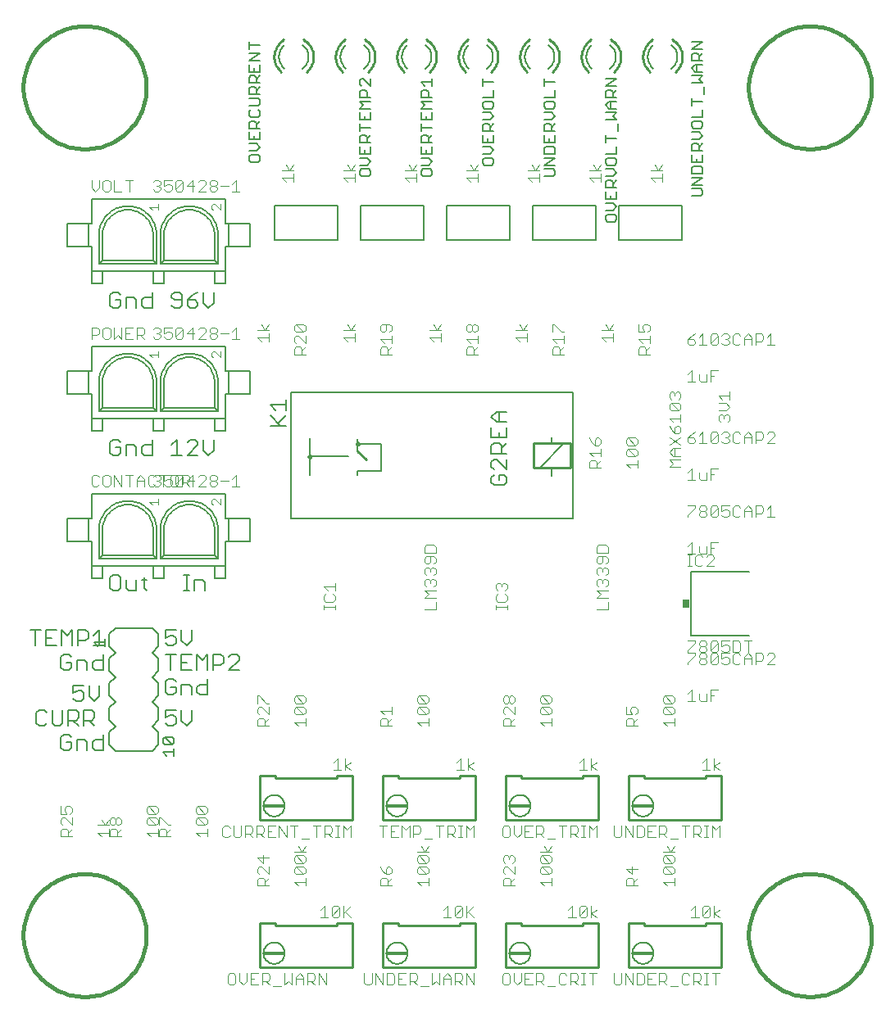
<source format=gto>
G75*
G70*
%OFA0B0*%
%FSLAX24Y24*%
%IPPOS*%
%LPD*%
%AMOC8*
5,1,8,0,0,1.08239X$1,22.5*
%
%ADD10C,0.0160*%
%ADD11C,0.0060*%
%ADD12C,0.0040*%
%ADD13C,0.0100*%
%ADD14R,0.0827X0.0157*%
%ADD15C,0.0080*%
%ADD16R,0.0300X0.0340*%
%ADD17C,0.0050*%
%ADD18C,0.0070*%
%ADD19C,0.0030*%
D10*
X000180Y002680D02*
X000183Y002803D01*
X000192Y002925D01*
X000207Y003047D01*
X000228Y003168D01*
X000255Y003287D01*
X000288Y003406D01*
X000326Y003522D01*
X000370Y003637D01*
X000420Y003749D01*
X000475Y003858D01*
X000536Y003965D01*
X000601Y004069D01*
X000672Y004169D01*
X000747Y004266D01*
X000828Y004359D01*
X000912Y004448D01*
X001001Y004532D01*
X001094Y004613D01*
X001191Y004688D01*
X001291Y004759D01*
X001395Y004824D01*
X001502Y004885D01*
X001611Y004940D01*
X001723Y004990D01*
X001838Y005034D01*
X001954Y005072D01*
X002073Y005105D01*
X002192Y005132D01*
X002313Y005153D01*
X002435Y005168D01*
X002557Y005177D01*
X002680Y005180D01*
X002803Y005177D01*
X002925Y005168D01*
X003047Y005153D01*
X003168Y005132D01*
X003287Y005105D01*
X003406Y005072D01*
X003522Y005034D01*
X003637Y004990D01*
X003749Y004940D01*
X003858Y004885D01*
X003965Y004824D01*
X004069Y004759D01*
X004169Y004688D01*
X004266Y004613D01*
X004359Y004532D01*
X004448Y004448D01*
X004532Y004359D01*
X004613Y004266D01*
X004688Y004169D01*
X004759Y004069D01*
X004824Y003965D01*
X004885Y003858D01*
X004940Y003749D01*
X004990Y003637D01*
X005034Y003522D01*
X005072Y003406D01*
X005105Y003287D01*
X005132Y003168D01*
X005153Y003047D01*
X005168Y002925D01*
X005177Y002803D01*
X005180Y002680D01*
X005177Y002557D01*
X005168Y002435D01*
X005153Y002313D01*
X005132Y002192D01*
X005105Y002073D01*
X005072Y001954D01*
X005034Y001838D01*
X004990Y001723D01*
X004940Y001611D01*
X004885Y001502D01*
X004824Y001395D01*
X004759Y001291D01*
X004688Y001191D01*
X004613Y001094D01*
X004532Y001001D01*
X004448Y000912D01*
X004359Y000828D01*
X004266Y000747D01*
X004169Y000672D01*
X004069Y000601D01*
X003965Y000536D01*
X003858Y000475D01*
X003749Y000420D01*
X003637Y000370D01*
X003522Y000326D01*
X003406Y000288D01*
X003287Y000255D01*
X003168Y000228D01*
X003047Y000207D01*
X002925Y000192D01*
X002803Y000183D01*
X002680Y000180D01*
X002557Y000183D01*
X002435Y000192D01*
X002313Y000207D01*
X002192Y000228D01*
X002073Y000255D01*
X001954Y000288D01*
X001838Y000326D01*
X001723Y000370D01*
X001611Y000420D01*
X001502Y000475D01*
X001395Y000536D01*
X001291Y000601D01*
X001191Y000672D01*
X001094Y000747D01*
X001001Y000828D01*
X000912Y000912D01*
X000828Y001001D01*
X000747Y001094D01*
X000672Y001191D01*
X000601Y001291D01*
X000536Y001395D01*
X000475Y001502D01*
X000420Y001611D01*
X000370Y001723D01*
X000326Y001838D01*
X000288Y001954D01*
X000255Y002073D01*
X000228Y002192D01*
X000207Y002313D01*
X000192Y002435D01*
X000183Y002557D01*
X000180Y002680D01*
X000180Y037180D02*
X000183Y037303D01*
X000192Y037425D01*
X000207Y037547D01*
X000228Y037668D01*
X000255Y037787D01*
X000288Y037906D01*
X000326Y038022D01*
X000370Y038137D01*
X000420Y038249D01*
X000475Y038358D01*
X000536Y038465D01*
X000601Y038569D01*
X000672Y038669D01*
X000747Y038766D01*
X000828Y038859D01*
X000912Y038948D01*
X001001Y039032D01*
X001094Y039113D01*
X001191Y039188D01*
X001291Y039259D01*
X001395Y039324D01*
X001502Y039385D01*
X001611Y039440D01*
X001723Y039490D01*
X001838Y039534D01*
X001954Y039572D01*
X002073Y039605D01*
X002192Y039632D01*
X002313Y039653D01*
X002435Y039668D01*
X002557Y039677D01*
X002680Y039680D01*
X002803Y039677D01*
X002925Y039668D01*
X003047Y039653D01*
X003168Y039632D01*
X003287Y039605D01*
X003406Y039572D01*
X003522Y039534D01*
X003637Y039490D01*
X003749Y039440D01*
X003858Y039385D01*
X003965Y039324D01*
X004069Y039259D01*
X004169Y039188D01*
X004266Y039113D01*
X004359Y039032D01*
X004448Y038948D01*
X004532Y038859D01*
X004613Y038766D01*
X004688Y038669D01*
X004759Y038569D01*
X004824Y038465D01*
X004885Y038358D01*
X004940Y038249D01*
X004990Y038137D01*
X005034Y038022D01*
X005072Y037906D01*
X005105Y037787D01*
X005132Y037668D01*
X005153Y037547D01*
X005168Y037425D01*
X005177Y037303D01*
X005180Y037180D01*
X005177Y037057D01*
X005168Y036935D01*
X005153Y036813D01*
X005132Y036692D01*
X005105Y036573D01*
X005072Y036454D01*
X005034Y036338D01*
X004990Y036223D01*
X004940Y036111D01*
X004885Y036002D01*
X004824Y035895D01*
X004759Y035791D01*
X004688Y035691D01*
X004613Y035594D01*
X004532Y035501D01*
X004448Y035412D01*
X004359Y035328D01*
X004266Y035247D01*
X004169Y035172D01*
X004069Y035101D01*
X003965Y035036D01*
X003858Y034975D01*
X003749Y034920D01*
X003637Y034870D01*
X003522Y034826D01*
X003406Y034788D01*
X003287Y034755D01*
X003168Y034728D01*
X003047Y034707D01*
X002925Y034692D01*
X002803Y034683D01*
X002680Y034680D01*
X002557Y034683D01*
X002435Y034692D01*
X002313Y034707D01*
X002192Y034728D01*
X002073Y034755D01*
X001954Y034788D01*
X001838Y034826D01*
X001723Y034870D01*
X001611Y034920D01*
X001502Y034975D01*
X001395Y035036D01*
X001291Y035101D01*
X001191Y035172D01*
X001094Y035247D01*
X001001Y035328D01*
X000912Y035412D01*
X000828Y035501D01*
X000747Y035594D01*
X000672Y035691D01*
X000601Y035791D01*
X000536Y035895D01*
X000475Y036002D01*
X000420Y036111D01*
X000370Y036223D01*
X000326Y036338D01*
X000288Y036454D01*
X000255Y036573D01*
X000228Y036692D01*
X000207Y036813D01*
X000192Y036935D01*
X000183Y037057D01*
X000180Y037180D01*
X029680Y037180D02*
X029683Y037303D01*
X029692Y037425D01*
X029707Y037547D01*
X029728Y037668D01*
X029755Y037787D01*
X029788Y037906D01*
X029826Y038022D01*
X029870Y038137D01*
X029920Y038249D01*
X029975Y038358D01*
X030036Y038465D01*
X030101Y038569D01*
X030172Y038669D01*
X030247Y038766D01*
X030328Y038859D01*
X030412Y038948D01*
X030501Y039032D01*
X030594Y039113D01*
X030691Y039188D01*
X030791Y039259D01*
X030895Y039324D01*
X031002Y039385D01*
X031111Y039440D01*
X031223Y039490D01*
X031338Y039534D01*
X031454Y039572D01*
X031573Y039605D01*
X031692Y039632D01*
X031813Y039653D01*
X031935Y039668D01*
X032057Y039677D01*
X032180Y039680D01*
X032303Y039677D01*
X032425Y039668D01*
X032547Y039653D01*
X032668Y039632D01*
X032787Y039605D01*
X032906Y039572D01*
X033022Y039534D01*
X033137Y039490D01*
X033249Y039440D01*
X033358Y039385D01*
X033465Y039324D01*
X033569Y039259D01*
X033669Y039188D01*
X033766Y039113D01*
X033859Y039032D01*
X033948Y038948D01*
X034032Y038859D01*
X034113Y038766D01*
X034188Y038669D01*
X034259Y038569D01*
X034324Y038465D01*
X034385Y038358D01*
X034440Y038249D01*
X034490Y038137D01*
X034534Y038022D01*
X034572Y037906D01*
X034605Y037787D01*
X034632Y037668D01*
X034653Y037547D01*
X034668Y037425D01*
X034677Y037303D01*
X034680Y037180D01*
X034677Y037057D01*
X034668Y036935D01*
X034653Y036813D01*
X034632Y036692D01*
X034605Y036573D01*
X034572Y036454D01*
X034534Y036338D01*
X034490Y036223D01*
X034440Y036111D01*
X034385Y036002D01*
X034324Y035895D01*
X034259Y035791D01*
X034188Y035691D01*
X034113Y035594D01*
X034032Y035501D01*
X033948Y035412D01*
X033859Y035328D01*
X033766Y035247D01*
X033669Y035172D01*
X033569Y035101D01*
X033465Y035036D01*
X033358Y034975D01*
X033249Y034920D01*
X033137Y034870D01*
X033022Y034826D01*
X032906Y034788D01*
X032787Y034755D01*
X032668Y034728D01*
X032547Y034707D01*
X032425Y034692D01*
X032303Y034683D01*
X032180Y034680D01*
X032057Y034683D01*
X031935Y034692D01*
X031813Y034707D01*
X031692Y034728D01*
X031573Y034755D01*
X031454Y034788D01*
X031338Y034826D01*
X031223Y034870D01*
X031111Y034920D01*
X031002Y034975D01*
X030895Y035036D01*
X030791Y035101D01*
X030691Y035172D01*
X030594Y035247D01*
X030501Y035328D01*
X030412Y035412D01*
X030328Y035501D01*
X030247Y035594D01*
X030172Y035691D01*
X030101Y035791D01*
X030036Y035895D01*
X029975Y036002D01*
X029920Y036111D01*
X029870Y036223D01*
X029826Y036338D01*
X029788Y036454D01*
X029755Y036573D01*
X029728Y036692D01*
X029707Y036813D01*
X029692Y036935D01*
X029683Y037057D01*
X029680Y037180D01*
X029680Y002680D02*
X029683Y002803D01*
X029692Y002925D01*
X029707Y003047D01*
X029728Y003168D01*
X029755Y003287D01*
X029788Y003406D01*
X029826Y003522D01*
X029870Y003637D01*
X029920Y003749D01*
X029975Y003858D01*
X030036Y003965D01*
X030101Y004069D01*
X030172Y004169D01*
X030247Y004266D01*
X030328Y004359D01*
X030412Y004448D01*
X030501Y004532D01*
X030594Y004613D01*
X030691Y004688D01*
X030791Y004759D01*
X030895Y004824D01*
X031002Y004885D01*
X031111Y004940D01*
X031223Y004990D01*
X031338Y005034D01*
X031454Y005072D01*
X031573Y005105D01*
X031692Y005132D01*
X031813Y005153D01*
X031935Y005168D01*
X032057Y005177D01*
X032180Y005180D01*
X032303Y005177D01*
X032425Y005168D01*
X032547Y005153D01*
X032668Y005132D01*
X032787Y005105D01*
X032906Y005072D01*
X033022Y005034D01*
X033137Y004990D01*
X033249Y004940D01*
X033358Y004885D01*
X033465Y004824D01*
X033569Y004759D01*
X033669Y004688D01*
X033766Y004613D01*
X033859Y004532D01*
X033948Y004448D01*
X034032Y004359D01*
X034113Y004266D01*
X034188Y004169D01*
X034259Y004069D01*
X034324Y003965D01*
X034385Y003858D01*
X034440Y003749D01*
X034490Y003637D01*
X034534Y003522D01*
X034572Y003406D01*
X034605Y003287D01*
X034632Y003168D01*
X034653Y003047D01*
X034668Y002925D01*
X034677Y002803D01*
X034680Y002680D01*
X034677Y002557D01*
X034668Y002435D01*
X034653Y002313D01*
X034632Y002192D01*
X034605Y002073D01*
X034572Y001954D01*
X034534Y001838D01*
X034490Y001723D01*
X034440Y001611D01*
X034385Y001502D01*
X034324Y001395D01*
X034259Y001291D01*
X034188Y001191D01*
X034113Y001094D01*
X034032Y001001D01*
X033948Y000912D01*
X033859Y000828D01*
X033766Y000747D01*
X033669Y000672D01*
X033569Y000601D01*
X033465Y000536D01*
X033358Y000475D01*
X033249Y000420D01*
X033137Y000370D01*
X033022Y000326D01*
X032906Y000288D01*
X032787Y000255D01*
X032668Y000228D01*
X032547Y000207D01*
X032425Y000192D01*
X032303Y000183D01*
X032180Y000180D01*
X032057Y000183D01*
X031935Y000192D01*
X031813Y000207D01*
X031692Y000228D01*
X031573Y000255D01*
X031454Y000288D01*
X031338Y000326D01*
X031223Y000370D01*
X031111Y000420D01*
X031002Y000475D01*
X030895Y000536D01*
X030791Y000601D01*
X030691Y000672D01*
X030594Y000747D01*
X030501Y000828D01*
X030412Y000912D01*
X030328Y001001D01*
X030247Y001094D01*
X030172Y001191D01*
X030101Y001291D01*
X030036Y001395D01*
X029975Y001502D01*
X029920Y001611D01*
X029870Y001723D01*
X029826Y001838D01*
X029788Y001954D01*
X029755Y002073D01*
X029728Y002192D01*
X029707Y002313D01*
X029692Y002435D01*
X029683Y002557D01*
X029680Y002680D01*
D11*
X024948Y001952D02*
X024950Y001993D01*
X024956Y002034D01*
X024966Y002074D01*
X024979Y002113D01*
X024996Y002150D01*
X025017Y002186D01*
X025041Y002220D01*
X025068Y002251D01*
X025097Y002279D01*
X025130Y002305D01*
X025164Y002327D01*
X025201Y002346D01*
X025239Y002361D01*
X025279Y002373D01*
X025319Y002381D01*
X025360Y002385D01*
X025402Y002385D01*
X025443Y002381D01*
X025483Y002373D01*
X025523Y002361D01*
X025561Y002346D01*
X025597Y002327D01*
X025632Y002305D01*
X025665Y002279D01*
X025694Y002251D01*
X025721Y002220D01*
X025745Y002186D01*
X025766Y002150D01*
X025783Y002113D01*
X025796Y002074D01*
X025806Y002034D01*
X025812Y001993D01*
X025814Y001952D01*
X025812Y001911D01*
X025806Y001870D01*
X025796Y001830D01*
X025783Y001791D01*
X025766Y001754D01*
X025745Y001718D01*
X025721Y001684D01*
X025694Y001653D01*
X025665Y001625D01*
X025632Y001599D01*
X025598Y001577D01*
X025561Y001558D01*
X025523Y001543D01*
X025483Y001531D01*
X025443Y001523D01*
X025402Y001519D01*
X025360Y001519D01*
X025319Y001523D01*
X025279Y001531D01*
X025239Y001543D01*
X025201Y001558D01*
X025165Y001577D01*
X025130Y001599D01*
X025097Y001625D01*
X025068Y001653D01*
X025041Y001684D01*
X025017Y001718D01*
X024996Y001754D01*
X024979Y001791D01*
X024966Y001830D01*
X024956Y001870D01*
X024950Y001911D01*
X024948Y001952D01*
X019948Y001952D02*
X019950Y001993D01*
X019956Y002034D01*
X019966Y002074D01*
X019979Y002113D01*
X019996Y002150D01*
X020017Y002186D01*
X020041Y002220D01*
X020068Y002251D01*
X020097Y002279D01*
X020130Y002305D01*
X020164Y002327D01*
X020201Y002346D01*
X020239Y002361D01*
X020279Y002373D01*
X020319Y002381D01*
X020360Y002385D01*
X020402Y002385D01*
X020443Y002381D01*
X020483Y002373D01*
X020523Y002361D01*
X020561Y002346D01*
X020597Y002327D01*
X020632Y002305D01*
X020665Y002279D01*
X020694Y002251D01*
X020721Y002220D01*
X020745Y002186D01*
X020766Y002150D01*
X020783Y002113D01*
X020796Y002074D01*
X020806Y002034D01*
X020812Y001993D01*
X020814Y001952D01*
X020812Y001911D01*
X020806Y001870D01*
X020796Y001830D01*
X020783Y001791D01*
X020766Y001754D01*
X020745Y001718D01*
X020721Y001684D01*
X020694Y001653D01*
X020665Y001625D01*
X020632Y001599D01*
X020598Y001577D01*
X020561Y001558D01*
X020523Y001543D01*
X020483Y001531D01*
X020443Y001523D01*
X020402Y001519D01*
X020360Y001519D01*
X020319Y001523D01*
X020279Y001531D01*
X020239Y001543D01*
X020201Y001558D01*
X020165Y001577D01*
X020130Y001599D01*
X020097Y001625D01*
X020068Y001653D01*
X020041Y001684D01*
X020017Y001718D01*
X019996Y001754D01*
X019979Y001791D01*
X019966Y001830D01*
X019956Y001870D01*
X019950Y001911D01*
X019948Y001952D01*
X014948Y001952D02*
X014950Y001993D01*
X014956Y002034D01*
X014966Y002074D01*
X014979Y002113D01*
X014996Y002150D01*
X015017Y002186D01*
X015041Y002220D01*
X015068Y002251D01*
X015097Y002279D01*
X015130Y002305D01*
X015164Y002327D01*
X015201Y002346D01*
X015239Y002361D01*
X015279Y002373D01*
X015319Y002381D01*
X015360Y002385D01*
X015402Y002385D01*
X015443Y002381D01*
X015483Y002373D01*
X015523Y002361D01*
X015561Y002346D01*
X015597Y002327D01*
X015632Y002305D01*
X015665Y002279D01*
X015694Y002251D01*
X015721Y002220D01*
X015745Y002186D01*
X015766Y002150D01*
X015783Y002113D01*
X015796Y002074D01*
X015806Y002034D01*
X015812Y001993D01*
X015814Y001952D01*
X015812Y001911D01*
X015806Y001870D01*
X015796Y001830D01*
X015783Y001791D01*
X015766Y001754D01*
X015745Y001718D01*
X015721Y001684D01*
X015694Y001653D01*
X015665Y001625D01*
X015632Y001599D01*
X015598Y001577D01*
X015561Y001558D01*
X015523Y001543D01*
X015483Y001531D01*
X015443Y001523D01*
X015402Y001519D01*
X015360Y001519D01*
X015319Y001523D01*
X015279Y001531D01*
X015239Y001543D01*
X015201Y001558D01*
X015165Y001577D01*
X015130Y001599D01*
X015097Y001625D01*
X015068Y001653D01*
X015041Y001684D01*
X015017Y001718D01*
X014996Y001754D01*
X014979Y001791D01*
X014966Y001830D01*
X014956Y001870D01*
X014950Y001911D01*
X014948Y001952D01*
X009948Y001952D02*
X009950Y001993D01*
X009956Y002034D01*
X009966Y002074D01*
X009979Y002113D01*
X009996Y002150D01*
X010017Y002186D01*
X010041Y002220D01*
X010068Y002251D01*
X010097Y002279D01*
X010130Y002305D01*
X010164Y002327D01*
X010201Y002346D01*
X010239Y002361D01*
X010279Y002373D01*
X010319Y002381D01*
X010360Y002385D01*
X010402Y002385D01*
X010443Y002381D01*
X010483Y002373D01*
X010523Y002361D01*
X010561Y002346D01*
X010597Y002327D01*
X010632Y002305D01*
X010665Y002279D01*
X010694Y002251D01*
X010721Y002220D01*
X010745Y002186D01*
X010766Y002150D01*
X010783Y002113D01*
X010796Y002074D01*
X010806Y002034D01*
X010812Y001993D01*
X010814Y001952D01*
X010812Y001911D01*
X010806Y001870D01*
X010796Y001830D01*
X010783Y001791D01*
X010766Y001754D01*
X010745Y001718D01*
X010721Y001684D01*
X010694Y001653D01*
X010665Y001625D01*
X010632Y001599D01*
X010598Y001577D01*
X010561Y001558D01*
X010523Y001543D01*
X010483Y001531D01*
X010443Y001523D01*
X010402Y001519D01*
X010360Y001519D01*
X010319Y001523D01*
X010279Y001531D01*
X010239Y001543D01*
X010201Y001558D01*
X010165Y001577D01*
X010130Y001599D01*
X010097Y001625D01*
X010068Y001653D01*
X010041Y001684D01*
X010017Y001718D01*
X009996Y001754D01*
X009979Y001791D01*
X009966Y001830D01*
X009956Y001870D01*
X009950Y001911D01*
X009948Y001952D01*
X009948Y007952D02*
X009950Y007993D01*
X009956Y008034D01*
X009966Y008074D01*
X009979Y008113D01*
X009996Y008150D01*
X010017Y008186D01*
X010041Y008220D01*
X010068Y008251D01*
X010097Y008279D01*
X010130Y008305D01*
X010164Y008327D01*
X010201Y008346D01*
X010239Y008361D01*
X010279Y008373D01*
X010319Y008381D01*
X010360Y008385D01*
X010402Y008385D01*
X010443Y008381D01*
X010483Y008373D01*
X010523Y008361D01*
X010561Y008346D01*
X010597Y008327D01*
X010632Y008305D01*
X010665Y008279D01*
X010694Y008251D01*
X010721Y008220D01*
X010745Y008186D01*
X010766Y008150D01*
X010783Y008113D01*
X010796Y008074D01*
X010806Y008034D01*
X010812Y007993D01*
X010814Y007952D01*
X010812Y007911D01*
X010806Y007870D01*
X010796Y007830D01*
X010783Y007791D01*
X010766Y007754D01*
X010745Y007718D01*
X010721Y007684D01*
X010694Y007653D01*
X010665Y007625D01*
X010632Y007599D01*
X010598Y007577D01*
X010561Y007558D01*
X010523Y007543D01*
X010483Y007531D01*
X010443Y007523D01*
X010402Y007519D01*
X010360Y007519D01*
X010319Y007523D01*
X010279Y007531D01*
X010239Y007543D01*
X010201Y007558D01*
X010165Y007577D01*
X010130Y007599D01*
X010097Y007625D01*
X010068Y007653D01*
X010041Y007684D01*
X010017Y007718D01*
X009996Y007754D01*
X009979Y007791D01*
X009966Y007830D01*
X009956Y007870D01*
X009950Y007911D01*
X009948Y007952D01*
X006818Y011210D02*
X007032Y011424D01*
X007032Y011851D01*
X006605Y011424D02*
X006818Y011210D01*
X006605Y011424D02*
X006605Y011851D01*
X006387Y011851D02*
X005960Y011851D01*
X005960Y011530D01*
X006174Y011637D01*
X006280Y011637D01*
X006387Y011530D01*
X006387Y011317D01*
X006280Y011210D01*
X006067Y011210D01*
X005960Y011317D01*
X005680Y011430D02*
X005680Y011930D01*
X005430Y012180D01*
X005680Y012430D01*
X005680Y012930D01*
X005430Y013180D01*
X005680Y013430D01*
X005680Y013930D01*
X005430Y014180D01*
X005680Y014430D01*
X005680Y014930D01*
X005430Y015180D01*
X003930Y015180D01*
X003680Y014930D01*
X003680Y014430D01*
X003930Y014180D01*
X003680Y013930D01*
X003680Y013430D01*
X003930Y013180D01*
X003680Y012930D01*
X003680Y012430D01*
X003930Y012180D01*
X003680Y011930D01*
X003680Y011430D01*
X003930Y011180D01*
X003680Y010930D01*
X003680Y010430D01*
X003930Y010180D01*
X005430Y010180D01*
X005680Y010430D01*
X005680Y010930D01*
X005430Y011180D01*
X005680Y011430D01*
X006067Y012460D02*
X006280Y012460D01*
X006387Y012567D01*
X006387Y012780D01*
X006174Y012780D01*
X006387Y012994D02*
X006280Y013101D01*
X006067Y013101D01*
X005960Y012994D01*
X005960Y012567D01*
X006067Y012460D01*
X006605Y012460D02*
X006605Y012887D01*
X006925Y012887D01*
X007032Y012780D01*
X007032Y012460D01*
X007249Y012567D02*
X007249Y012780D01*
X007356Y012887D01*
X007676Y012887D01*
X007676Y013101D02*
X007676Y012460D01*
X007356Y012460D01*
X007249Y012567D01*
X007249Y013460D02*
X007249Y014101D01*
X007463Y013887D01*
X007676Y014101D01*
X007676Y013460D01*
X007894Y013460D02*
X007894Y014101D01*
X008214Y014101D01*
X008321Y013994D01*
X008321Y013780D01*
X008214Y013674D01*
X007894Y013674D01*
X008538Y013460D02*
X008965Y013887D01*
X008965Y013994D01*
X008858Y014101D01*
X008645Y014101D01*
X008538Y013994D01*
X008538Y013460D02*
X008965Y013460D01*
X007032Y013460D02*
X006605Y013460D01*
X006605Y014101D01*
X007032Y014101D01*
X006818Y013780D02*
X006605Y013780D01*
X006387Y014101D02*
X005960Y014101D01*
X006174Y014101D02*
X006174Y013460D01*
X006280Y014460D02*
X006067Y014460D01*
X005960Y014567D01*
X005960Y014780D02*
X006174Y014887D01*
X006280Y014887D01*
X006387Y014780D01*
X006387Y014567D01*
X006280Y014460D01*
X006605Y014674D02*
X006818Y014460D01*
X007032Y014674D01*
X007032Y015101D01*
X006605Y015101D02*
X006605Y014674D01*
X006387Y015101D02*
X005960Y015101D01*
X005960Y014780D01*
X005213Y016710D02*
X005106Y016817D01*
X005106Y017244D01*
X004999Y017137D02*
X005213Y017137D01*
X004782Y017137D02*
X004782Y016710D01*
X004461Y016710D01*
X004355Y016817D01*
X004355Y017137D01*
X004137Y017244D02*
X004030Y017351D01*
X003817Y017351D01*
X003710Y017244D01*
X003710Y016817D01*
X003817Y016710D01*
X004030Y016710D01*
X004137Y016817D01*
X004137Y017244D01*
X003252Y015101D02*
X003038Y014887D01*
X002821Y014780D02*
X002714Y014674D01*
X002394Y014674D01*
X002394Y014460D02*
X002394Y015101D01*
X002714Y015101D01*
X002821Y014994D01*
X002821Y014780D01*
X003038Y014460D02*
X003465Y014460D01*
X003252Y014460D02*
X003252Y015101D01*
X003426Y014101D02*
X003426Y013460D01*
X003106Y013460D01*
X002999Y013567D01*
X002999Y013780D01*
X003106Y013887D01*
X003426Y013887D01*
X002782Y013780D02*
X002782Y013460D01*
X002782Y013780D02*
X002675Y013887D01*
X002355Y013887D01*
X002355Y013460D01*
X002137Y013567D02*
X002137Y013780D01*
X001924Y013780D01*
X002137Y013567D02*
X002030Y013460D01*
X001817Y013460D01*
X001710Y013567D01*
X001710Y013994D01*
X001817Y014101D01*
X002030Y014101D01*
X002137Y013994D01*
X002176Y014460D02*
X002176Y015101D01*
X001963Y014887D01*
X001749Y015101D01*
X001749Y014460D01*
X001532Y014460D02*
X001105Y014460D01*
X001105Y015101D01*
X001532Y015101D01*
X001318Y014780D02*
X001105Y014780D01*
X000887Y015101D02*
X000460Y015101D01*
X000674Y015101D02*
X000674Y014460D01*
X002210Y012851D02*
X002210Y012530D01*
X002424Y012637D01*
X002530Y012637D01*
X002637Y012530D01*
X002637Y012317D01*
X002530Y012210D01*
X002317Y012210D01*
X002210Y012317D01*
X002319Y011851D02*
X001999Y011851D01*
X001999Y011210D01*
X001999Y011424D02*
X002319Y011424D01*
X002426Y011530D01*
X002426Y011744D01*
X002319Y011851D01*
X002644Y011851D02*
X002644Y011210D01*
X002644Y011424D02*
X002964Y011424D01*
X003071Y011530D01*
X003071Y011744D01*
X002964Y011851D01*
X002644Y011851D01*
X002857Y011424D02*
X003071Y011210D01*
X003426Y010851D02*
X003426Y010210D01*
X003106Y010210D01*
X002999Y010317D01*
X002999Y010530D01*
X003106Y010637D01*
X003426Y010637D01*
X002782Y010530D02*
X002782Y010210D01*
X002782Y010530D02*
X002675Y010637D01*
X002355Y010637D01*
X002355Y010210D01*
X002137Y010317D02*
X002137Y010530D01*
X001924Y010530D01*
X002137Y010317D02*
X002030Y010210D01*
X001817Y010210D01*
X001710Y010317D01*
X001710Y010744D01*
X001817Y010851D01*
X002030Y010851D01*
X002137Y010744D01*
X002426Y011210D02*
X002213Y011424D01*
X001782Y011317D02*
X001782Y011851D01*
X001782Y011317D02*
X001675Y011210D01*
X001461Y011210D01*
X001355Y011317D01*
X001355Y011851D01*
X001137Y011744D02*
X001030Y011851D01*
X000817Y011851D01*
X000710Y011744D01*
X000710Y011317D01*
X000817Y011210D01*
X001030Y011210D01*
X001137Y011317D01*
X002210Y012851D02*
X002637Y012851D01*
X002855Y012851D02*
X002855Y012424D01*
X003068Y012210D01*
X003282Y012424D01*
X003282Y012851D01*
X006710Y016710D02*
X006924Y016710D01*
X006817Y016710D02*
X006817Y017351D01*
X006710Y017351D02*
X006924Y017351D01*
X007140Y017137D02*
X007460Y017137D01*
X007567Y017030D01*
X007567Y016710D01*
X007140Y016710D02*
X007140Y017137D01*
X011080Y019630D02*
X022530Y019630D01*
X022530Y024780D01*
X011080Y024780D01*
X011080Y019630D01*
X011830Y021400D02*
X011830Y022160D01*
X011830Y022910D01*
X011830Y022160D02*
X013400Y022160D01*
X013780Y022380D02*
X013780Y022680D01*
X014730Y022680D01*
X014730Y021580D01*
X013780Y021580D01*
X013780Y021400D01*
X013780Y022680D02*
X013780Y022880D01*
X007926Y022851D02*
X007926Y022424D01*
X007713Y022210D01*
X007499Y022424D01*
X007499Y022851D01*
X007282Y022744D02*
X007282Y022637D01*
X006855Y022210D01*
X007282Y022210D01*
X006637Y022210D02*
X006210Y022210D01*
X006424Y022210D02*
X006424Y022851D01*
X006210Y022637D01*
X006855Y022744D02*
X006961Y022851D01*
X007175Y022851D01*
X007282Y022744D01*
X005426Y022851D02*
X005426Y022210D01*
X005106Y022210D01*
X004999Y022317D01*
X004999Y022530D01*
X005106Y022637D01*
X005426Y022637D01*
X004782Y022530D02*
X004782Y022210D01*
X004782Y022530D02*
X004675Y022637D01*
X004355Y022637D01*
X004355Y022210D01*
X004137Y022317D02*
X004137Y022530D01*
X003924Y022530D01*
X004137Y022317D02*
X004030Y022210D01*
X003817Y022210D01*
X003710Y022317D01*
X003710Y022744D01*
X003817Y022851D01*
X004030Y022851D01*
X004137Y022744D01*
X004030Y028210D02*
X003817Y028210D01*
X003710Y028317D01*
X003710Y028744D01*
X003817Y028851D01*
X004030Y028851D01*
X004137Y028744D01*
X004137Y028530D02*
X003924Y028530D01*
X004137Y028530D02*
X004137Y028317D01*
X004030Y028210D01*
X004355Y028210D02*
X004355Y028637D01*
X004675Y028637D01*
X004782Y028530D01*
X004782Y028210D01*
X004999Y028317D02*
X004999Y028530D01*
X005106Y028637D01*
X005426Y028637D01*
X005426Y028851D02*
X005426Y028210D01*
X005106Y028210D01*
X004999Y028317D01*
X006210Y028317D02*
X006317Y028210D01*
X006530Y028210D01*
X006637Y028317D01*
X006637Y028744D01*
X006530Y028851D01*
X006317Y028851D01*
X006210Y028744D01*
X006210Y028637D01*
X006317Y028530D01*
X006637Y028530D01*
X006855Y028530D02*
X007175Y028530D01*
X007282Y028424D01*
X007282Y028317D01*
X007175Y028210D01*
X006961Y028210D01*
X006855Y028317D01*
X006855Y028530D01*
X007068Y028744D01*
X007282Y028851D01*
X007499Y028851D02*
X007499Y028424D01*
X007713Y028210D01*
X007926Y028424D01*
X007926Y028851D01*
X010580Y038430D02*
X010582Y038475D01*
X010587Y038521D01*
X010595Y038565D01*
X010607Y038609D01*
X010623Y038652D01*
X010641Y038694D01*
X010663Y038734D01*
X010687Y038772D01*
X010714Y038808D01*
X010744Y038843D01*
X010777Y038874D01*
X010812Y038904D01*
X011780Y038430D02*
X011778Y038383D01*
X011772Y038335D01*
X011763Y038289D01*
X011750Y038243D01*
X011734Y038199D01*
X011713Y038155D01*
X011690Y038114D01*
X011664Y038075D01*
X011634Y038038D01*
X011601Y038003D01*
X011566Y037971D01*
X011529Y037942D01*
X011780Y038430D02*
X011778Y038476D01*
X011773Y038522D01*
X011764Y038568D01*
X011752Y038613D01*
X011736Y038656D01*
X011717Y038698D01*
X011694Y038739D01*
X011669Y038778D01*
X011641Y038814D01*
X011610Y038849D01*
X011576Y038881D01*
X011540Y038910D01*
X010580Y038430D02*
X010582Y038385D01*
X010587Y038339D01*
X010595Y038295D01*
X010607Y038251D01*
X010623Y038208D01*
X010641Y038166D01*
X010663Y038126D01*
X010687Y038088D01*
X010714Y038052D01*
X010744Y038017D01*
X010777Y037986D01*
X010812Y037956D01*
X013080Y038430D02*
X013082Y038475D01*
X013087Y038521D01*
X013095Y038565D01*
X013107Y038609D01*
X013123Y038652D01*
X013141Y038694D01*
X013163Y038734D01*
X013187Y038772D01*
X013214Y038808D01*
X013244Y038843D01*
X013277Y038874D01*
X013312Y038904D01*
X014280Y038430D02*
X014278Y038383D01*
X014272Y038335D01*
X014263Y038289D01*
X014250Y038243D01*
X014234Y038199D01*
X014213Y038155D01*
X014190Y038114D01*
X014164Y038075D01*
X014134Y038038D01*
X014101Y038003D01*
X014066Y037971D01*
X014029Y037942D01*
X014280Y038430D02*
X014278Y038476D01*
X014273Y038522D01*
X014264Y038568D01*
X014252Y038613D01*
X014236Y038656D01*
X014217Y038698D01*
X014194Y038739D01*
X014169Y038778D01*
X014141Y038814D01*
X014110Y038849D01*
X014076Y038881D01*
X014040Y038910D01*
X013080Y038430D02*
X013082Y038385D01*
X013087Y038339D01*
X013095Y038295D01*
X013107Y038251D01*
X013123Y038208D01*
X013141Y038166D01*
X013163Y038126D01*
X013187Y038088D01*
X013214Y038052D01*
X013244Y038017D01*
X013277Y037986D01*
X013312Y037956D01*
X015580Y038430D02*
X015582Y038475D01*
X015587Y038521D01*
X015595Y038565D01*
X015607Y038609D01*
X015623Y038652D01*
X015641Y038694D01*
X015663Y038734D01*
X015687Y038772D01*
X015714Y038808D01*
X015744Y038843D01*
X015777Y038874D01*
X015812Y038904D01*
X016780Y038430D02*
X016778Y038383D01*
X016772Y038335D01*
X016763Y038289D01*
X016750Y038243D01*
X016734Y038199D01*
X016713Y038155D01*
X016690Y038114D01*
X016664Y038075D01*
X016634Y038038D01*
X016601Y038003D01*
X016566Y037971D01*
X016529Y037942D01*
X016780Y038430D02*
X016778Y038476D01*
X016773Y038522D01*
X016764Y038568D01*
X016752Y038613D01*
X016736Y038656D01*
X016717Y038698D01*
X016694Y038739D01*
X016669Y038778D01*
X016641Y038814D01*
X016610Y038849D01*
X016576Y038881D01*
X016540Y038910D01*
X015580Y038430D02*
X015582Y038385D01*
X015587Y038339D01*
X015595Y038295D01*
X015607Y038251D01*
X015623Y038208D01*
X015641Y038166D01*
X015663Y038126D01*
X015687Y038088D01*
X015714Y038052D01*
X015744Y038017D01*
X015777Y037986D01*
X015812Y037956D01*
X018080Y038430D02*
X018082Y038475D01*
X018087Y038521D01*
X018095Y038565D01*
X018107Y038609D01*
X018123Y038652D01*
X018141Y038694D01*
X018163Y038734D01*
X018187Y038772D01*
X018214Y038808D01*
X018244Y038843D01*
X018277Y038874D01*
X018312Y038904D01*
X019280Y038430D02*
X019278Y038383D01*
X019272Y038335D01*
X019263Y038289D01*
X019250Y038243D01*
X019234Y038199D01*
X019213Y038155D01*
X019190Y038114D01*
X019164Y038075D01*
X019134Y038038D01*
X019101Y038003D01*
X019066Y037971D01*
X019029Y037942D01*
X019280Y038430D02*
X019278Y038476D01*
X019273Y038522D01*
X019264Y038568D01*
X019252Y038613D01*
X019236Y038656D01*
X019217Y038698D01*
X019194Y038739D01*
X019169Y038778D01*
X019141Y038814D01*
X019110Y038849D01*
X019076Y038881D01*
X019040Y038910D01*
X018080Y038430D02*
X018082Y038385D01*
X018087Y038339D01*
X018095Y038295D01*
X018107Y038251D01*
X018123Y038208D01*
X018141Y038166D01*
X018163Y038126D01*
X018187Y038088D01*
X018214Y038052D01*
X018244Y038017D01*
X018277Y037986D01*
X018312Y037956D01*
X020580Y038430D02*
X020582Y038475D01*
X020587Y038521D01*
X020595Y038565D01*
X020607Y038609D01*
X020623Y038652D01*
X020641Y038694D01*
X020663Y038734D01*
X020687Y038772D01*
X020714Y038808D01*
X020744Y038843D01*
X020777Y038874D01*
X020812Y038904D01*
X021780Y038430D02*
X021778Y038383D01*
X021772Y038335D01*
X021763Y038289D01*
X021750Y038243D01*
X021734Y038199D01*
X021713Y038155D01*
X021690Y038114D01*
X021664Y038075D01*
X021634Y038038D01*
X021601Y038003D01*
X021566Y037971D01*
X021529Y037942D01*
X021780Y038430D02*
X021778Y038476D01*
X021773Y038522D01*
X021764Y038568D01*
X021752Y038613D01*
X021736Y038656D01*
X021717Y038698D01*
X021694Y038739D01*
X021669Y038778D01*
X021641Y038814D01*
X021610Y038849D01*
X021576Y038881D01*
X021540Y038910D01*
X020580Y038430D02*
X020582Y038385D01*
X020587Y038339D01*
X020595Y038295D01*
X020607Y038251D01*
X020623Y038208D01*
X020641Y038166D01*
X020663Y038126D01*
X020687Y038088D01*
X020714Y038052D01*
X020744Y038017D01*
X020777Y037986D01*
X020812Y037956D01*
X023080Y038430D02*
X023082Y038475D01*
X023087Y038521D01*
X023095Y038565D01*
X023107Y038609D01*
X023123Y038652D01*
X023141Y038694D01*
X023163Y038734D01*
X023187Y038772D01*
X023214Y038808D01*
X023244Y038843D01*
X023277Y038874D01*
X023312Y038904D01*
X024280Y038430D02*
X024278Y038383D01*
X024272Y038335D01*
X024263Y038289D01*
X024250Y038243D01*
X024234Y038199D01*
X024213Y038155D01*
X024190Y038114D01*
X024164Y038075D01*
X024134Y038038D01*
X024101Y038003D01*
X024066Y037971D01*
X024029Y037942D01*
X024280Y038430D02*
X024278Y038476D01*
X024273Y038522D01*
X024264Y038568D01*
X024252Y038613D01*
X024236Y038656D01*
X024217Y038698D01*
X024194Y038739D01*
X024169Y038778D01*
X024141Y038814D01*
X024110Y038849D01*
X024076Y038881D01*
X024040Y038910D01*
X023080Y038430D02*
X023082Y038385D01*
X023087Y038339D01*
X023095Y038295D01*
X023107Y038251D01*
X023123Y038208D01*
X023141Y038166D01*
X023163Y038126D01*
X023187Y038088D01*
X023214Y038052D01*
X023244Y038017D01*
X023277Y037986D01*
X023312Y037956D01*
X025580Y038430D02*
X025582Y038475D01*
X025587Y038521D01*
X025595Y038565D01*
X025607Y038609D01*
X025623Y038652D01*
X025641Y038694D01*
X025663Y038734D01*
X025687Y038772D01*
X025714Y038808D01*
X025744Y038843D01*
X025777Y038874D01*
X025812Y038904D01*
X026780Y038430D02*
X026778Y038383D01*
X026772Y038335D01*
X026763Y038289D01*
X026750Y038243D01*
X026734Y038199D01*
X026713Y038155D01*
X026690Y038114D01*
X026664Y038075D01*
X026634Y038038D01*
X026601Y038003D01*
X026566Y037971D01*
X026529Y037942D01*
X026780Y038430D02*
X026778Y038476D01*
X026773Y038522D01*
X026764Y038568D01*
X026752Y038613D01*
X026736Y038656D01*
X026717Y038698D01*
X026694Y038739D01*
X026669Y038778D01*
X026641Y038814D01*
X026610Y038849D01*
X026576Y038881D01*
X026540Y038910D01*
X025580Y038430D02*
X025582Y038385D01*
X025587Y038339D01*
X025595Y038295D01*
X025607Y038251D01*
X025623Y038208D01*
X025641Y038166D01*
X025663Y038126D01*
X025687Y038088D01*
X025714Y038052D01*
X025744Y038017D01*
X025777Y037986D01*
X025812Y037956D01*
X021680Y022940D02*
X021680Y022700D01*
X022170Y022700D02*
X021190Y021710D01*
X021680Y021710D02*
X021680Y021370D01*
X019948Y007952D02*
X019950Y007993D01*
X019956Y008034D01*
X019966Y008074D01*
X019979Y008113D01*
X019996Y008150D01*
X020017Y008186D01*
X020041Y008220D01*
X020068Y008251D01*
X020097Y008279D01*
X020130Y008305D01*
X020164Y008327D01*
X020201Y008346D01*
X020239Y008361D01*
X020279Y008373D01*
X020319Y008381D01*
X020360Y008385D01*
X020402Y008385D01*
X020443Y008381D01*
X020483Y008373D01*
X020523Y008361D01*
X020561Y008346D01*
X020597Y008327D01*
X020632Y008305D01*
X020665Y008279D01*
X020694Y008251D01*
X020721Y008220D01*
X020745Y008186D01*
X020766Y008150D01*
X020783Y008113D01*
X020796Y008074D01*
X020806Y008034D01*
X020812Y007993D01*
X020814Y007952D01*
X020812Y007911D01*
X020806Y007870D01*
X020796Y007830D01*
X020783Y007791D01*
X020766Y007754D01*
X020745Y007718D01*
X020721Y007684D01*
X020694Y007653D01*
X020665Y007625D01*
X020632Y007599D01*
X020598Y007577D01*
X020561Y007558D01*
X020523Y007543D01*
X020483Y007531D01*
X020443Y007523D01*
X020402Y007519D01*
X020360Y007519D01*
X020319Y007523D01*
X020279Y007531D01*
X020239Y007543D01*
X020201Y007558D01*
X020165Y007577D01*
X020130Y007599D01*
X020097Y007625D01*
X020068Y007653D01*
X020041Y007684D01*
X020017Y007718D01*
X019996Y007754D01*
X019979Y007791D01*
X019966Y007830D01*
X019956Y007870D01*
X019950Y007911D01*
X019948Y007952D01*
X014948Y007952D02*
X014950Y007993D01*
X014956Y008034D01*
X014966Y008074D01*
X014979Y008113D01*
X014996Y008150D01*
X015017Y008186D01*
X015041Y008220D01*
X015068Y008251D01*
X015097Y008279D01*
X015130Y008305D01*
X015164Y008327D01*
X015201Y008346D01*
X015239Y008361D01*
X015279Y008373D01*
X015319Y008381D01*
X015360Y008385D01*
X015402Y008385D01*
X015443Y008381D01*
X015483Y008373D01*
X015523Y008361D01*
X015561Y008346D01*
X015597Y008327D01*
X015632Y008305D01*
X015665Y008279D01*
X015694Y008251D01*
X015721Y008220D01*
X015745Y008186D01*
X015766Y008150D01*
X015783Y008113D01*
X015796Y008074D01*
X015806Y008034D01*
X015812Y007993D01*
X015814Y007952D01*
X015812Y007911D01*
X015806Y007870D01*
X015796Y007830D01*
X015783Y007791D01*
X015766Y007754D01*
X015745Y007718D01*
X015721Y007684D01*
X015694Y007653D01*
X015665Y007625D01*
X015632Y007599D01*
X015598Y007577D01*
X015561Y007558D01*
X015523Y007543D01*
X015483Y007531D01*
X015443Y007523D01*
X015402Y007519D01*
X015360Y007519D01*
X015319Y007523D01*
X015279Y007531D01*
X015239Y007543D01*
X015201Y007558D01*
X015165Y007577D01*
X015130Y007599D01*
X015097Y007625D01*
X015068Y007653D01*
X015041Y007684D01*
X015017Y007718D01*
X014996Y007754D01*
X014979Y007791D01*
X014966Y007830D01*
X014956Y007870D01*
X014950Y007911D01*
X014948Y007952D01*
X024948Y007952D02*
X024950Y007993D01*
X024956Y008034D01*
X024966Y008074D01*
X024979Y008113D01*
X024996Y008150D01*
X025017Y008186D01*
X025041Y008220D01*
X025068Y008251D01*
X025097Y008279D01*
X025130Y008305D01*
X025164Y008327D01*
X025201Y008346D01*
X025239Y008361D01*
X025279Y008373D01*
X025319Y008381D01*
X025360Y008385D01*
X025402Y008385D01*
X025443Y008381D01*
X025483Y008373D01*
X025523Y008361D01*
X025561Y008346D01*
X025597Y008327D01*
X025632Y008305D01*
X025665Y008279D01*
X025694Y008251D01*
X025721Y008220D01*
X025745Y008186D01*
X025766Y008150D01*
X025783Y008113D01*
X025796Y008074D01*
X025806Y008034D01*
X025812Y007993D01*
X025814Y007952D01*
X025812Y007911D01*
X025806Y007870D01*
X025796Y007830D01*
X025783Y007791D01*
X025766Y007754D01*
X025745Y007718D01*
X025721Y007684D01*
X025694Y007653D01*
X025665Y007625D01*
X025632Y007599D01*
X025598Y007577D01*
X025561Y007558D01*
X025523Y007543D01*
X025483Y007531D01*
X025443Y007523D01*
X025402Y007519D01*
X025360Y007519D01*
X025319Y007523D01*
X025279Y007531D01*
X025239Y007543D01*
X025201Y007558D01*
X025165Y007577D01*
X025130Y007599D01*
X025097Y007625D01*
X025068Y007653D01*
X025041Y007684D01*
X025017Y007718D01*
X024996Y007754D01*
X024979Y007791D01*
X024966Y007830D01*
X024956Y007870D01*
X024950Y007911D01*
X024948Y007952D01*
D12*
X024966Y007129D02*
X024966Y006669D01*
X024659Y007129D01*
X024659Y006669D01*
X024505Y006745D02*
X024505Y007129D01*
X024198Y007129D02*
X024198Y006745D01*
X024275Y006669D01*
X024429Y006669D01*
X024505Y006745D01*
X025119Y006669D02*
X025349Y006669D01*
X025426Y006745D01*
X025426Y007052D01*
X025349Y007129D01*
X025119Y007129D01*
X025119Y006669D01*
X025580Y006669D02*
X025580Y007129D01*
X025886Y007129D01*
X026040Y007129D02*
X026270Y007129D01*
X026347Y007052D01*
X026347Y006899D01*
X026270Y006822D01*
X026040Y006822D01*
X026193Y006822D02*
X026347Y006669D01*
X026500Y006592D02*
X026807Y006592D01*
X027114Y006669D02*
X027114Y007129D01*
X026961Y007129D02*
X027268Y007129D01*
X027421Y007129D02*
X027651Y007129D01*
X027728Y007052D01*
X027728Y006899D01*
X027651Y006822D01*
X027421Y006822D01*
X027421Y006669D02*
X027421Y007129D01*
X027575Y006822D02*
X027728Y006669D01*
X027881Y006669D02*
X028035Y006669D01*
X027958Y006669D02*
X027958Y007129D01*
X027881Y007129D02*
X028035Y007129D01*
X028188Y007129D02*
X028342Y006975D01*
X028495Y007129D01*
X028495Y006669D01*
X028188Y006669D02*
X028188Y007129D01*
X026660Y006311D02*
X026507Y006081D01*
X026353Y006311D01*
X026200Y006081D02*
X026660Y006081D01*
X026583Y005928D02*
X026276Y005928D01*
X026583Y005621D01*
X026660Y005698D01*
X026660Y005851D01*
X026583Y005928D01*
X026276Y005928D02*
X026200Y005851D01*
X026200Y005698D01*
X026276Y005621D01*
X026583Y005621D01*
X026583Y005467D02*
X026276Y005467D01*
X026583Y005160D01*
X026660Y005237D01*
X026660Y005391D01*
X026583Y005467D01*
X026583Y005160D02*
X026276Y005160D01*
X026200Y005237D01*
X026200Y005391D01*
X026276Y005467D01*
X026660Y005007D02*
X026660Y004700D01*
X026660Y004853D02*
X026200Y004853D01*
X026353Y004700D01*
X025160Y004700D02*
X024700Y004700D01*
X024700Y004930D01*
X024776Y005007D01*
X024930Y005007D01*
X025007Y004930D01*
X025007Y004700D01*
X025007Y004853D02*
X025160Y005007D01*
X024930Y005160D02*
X024930Y005467D01*
X025160Y005391D02*
X024700Y005391D01*
X024930Y005160D01*
X025580Y006669D02*
X025886Y006669D01*
X026040Y006669D02*
X026040Y007129D01*
X025733Y006899D02*
X025580Y006899D01*
X023495Y007129D02*
X023495Y006669D01*
X023188Y006669D02*
X023188Y007129D01*
X023342Y006975D01*
X023495Y007129D01*
X023035Y007129D02*
X022881Y007129D01*
X022958Y007129D02*
X022958Y006669D01*
X022881Y006669D02*
X023035Y006669D01*
X022728Y006669D02*
X022575Y006822D01*
X022651Y006822D02*
X022421Y006822D01*
X022421Y006669D02*
X022421Y007129D01*
X022651Y007129D01*
X022728Y007052D01*
X022728Y006899D01*
X022651Y006822D01*
X022268Y007129D02*
X021961Y007129D01*
X022114Y007129D02*
X022114Y006669D01*
X021807Y006592D02*
X021500Y006592D01*
X021347Y006669D02*
X021193Y006822D01*
X021270Y006822D02*
X021040Y006822D01*
X021040Y006669D02*
X021040Y007129D01*
X021270Y007129D01*
X021347Y007052D01*
X021347Y006899D01*
X021270Y006822D01*
X020886Y006669D02*
X020580Y006669D01*
X020580Y007129D01*
X020886Y007129D01*
X020733Y006899D02*
X020580Y006899D01*
X020426Y006822D02*
X020273Y006669D01*
X020119Y006822D01*
X020119Y007129D01*
X019966Y007052D02*
X019889Y007129D01*
X019735Y007129D01*
X019659Y007052D01*
X019659Y006745D01*
X019735Y006669D01*
X019889Y006669D01*
X019966Y006745D01*
X019966Y007052D01*
X020426Y007129D02*
X020426Y006822D01*
X021200Y006081D02*
X021660Y006081D01*
X021507Y006081D02*
X021660Y006311D01*
X021507Y006081D02*
X021353Y006311D01*
X021276Y005928D02*
X021200Y005851D01*
X021200Y005698D01*
X021276Y005621D01*
X021583Y005621D01*
X021276Y005928D01*
X021583Y005928D01*
X021660Y005851D01*
X021660Y005698D01*
X021583Y005621D01*
X021583Y005467D02*
X021660Y005391D01*
X021660Y005237D01*
X021583Y005160D01*
X021276Y005467D01*
X021583Y005467D01*
X021583Y005160D02*
X021276Y005160D01*
X021200Y005237D01*
X021200Y005391D01*
X021276Y005467D01*
X021660Y005007D02*
X021660Y004700D01*
X021660Y004853D02*
X021200Y004853D01*
X021353Y004700D01*
X022344Y003720D02*
X022498Y003873D01*
X022498Y003413D01*
X022651Y003413D02*
X022344Y003413D01*
X022805Y003489D02*
X022805Y003796D01*
X022881Y003873D01*
X023035Y003873D01*
X023112Y003796D01*
X022805Y003489D01*
X022881Y003413D01*
X023035Y003413D01*
X023112Y003489D01*
X023112Y003796D01*
X023265Y003873D02*
X023265Y003413D01*
X023265Y003566D02*
X023495Y003720D01*
X023265Y003566D02*
X023495Y003413D01*
X023495Y001129D02*
X023188Y001129D01*
X023035Y001129D02*
X022881Y001129D01*
X022958Y001129D02*
X022958Y000669D01*
X022881Y000669D02*
X023035Y000669D01*
X023342Y000669D02*
X023342Y001129D01*
X022728Y001052D02*
X022728Y000899D01*
X022651Y000822D01*
X022421Y000822D01*
X022421Y000669D02*
X022421Y001129D01*
X022651Y001129D01*
X022728Y001052D01*
X022575Y000822D02*
X022728Y000669D01*
X022268Y000745D02*
X022191Y000669D01*
X022037Y000669D01*
X021961Y000745D01*
X021961Y001052D01*
X022037Y001129D01*
X022191Y001129D01*
X022268Y001052D01*
X021807Y000592D02*
X021500Y000592D01*
X021347Y000669D02*
X021193Y000822D01*
X021270Y000822D02*
X021040Y000822D01*
X021040Y000669D02*
X021040Y001129D01*
X021270Y001129D01*
X021347Y001052D01*
X021347Y000899D01*
X021270Y000822D01*
X020886Y000669D02*
X020580Y000669D01*
X020580Y001129D01*
X020886Y001129D01*
X020733Y000899D02*
X020580Y000899D01*
X020426Y000822D02*
X020273Y000669D01*
X020119Y000822D01*
X020119Y001129D01*
X019966Y001052D02*
X019889Y001129D01*
X019735Y001129D01*
X019659Y001052D01*
X019659Y000745D01*
X019735Y000669D01*
X019889Y000669D01*
X019966Y000745D01*
X019966Y001052D01*
X020426Y001129D02*
X020426Y000822D01*
X018495Y000669D02*
X018495Y001129D01*
X018188Y001129D02*
X018188Y000669D01*
X018035Y000669D02*
X017881Y000822D01*
X017958Y000822D02*
X017728Y000822D01*
X017728Y000669D02*
X017728Y001129D01*
X017958Y001129D01*
X018035Y001052D01*
X018035Y000899D01*
X017958Y000822D01*
X018188Y001129D02*
X018495Y000669D01*
X017575Y000669D02*
X017575Y000975D01*
X017421Y001129D01*
X017268Y000975D01*
X017268Y000669D01*
X017114Y000669D02*
X017114Y001129D01*
X017268Y000899D02*
X017575Y000899D01*
X017114Y000669D02*
X016961Y000822D01*
X016807Y000669D01*
X016807Y001129D01*
X016654Y000592D02*
X016347Y000592D01*
X016193Y000669D02*
X016040Y000822D01*
X016117Y000822D02*
X015886Y000822D01*
X015886Y000669D02*
X015886Y001129D01*
X016117Y001129D01*
X016193Y001052D01*
X016193Y000899D01*
X016117Y000822D01*
X015733Y000669D02*
X015426Y000669D01*
X015426Y001129D01*
X015733Y001129D01*
X015580Y000899D02*
X015426Y000899D01*
X015273Y001052D02*
X015273Y000745D01*
X015196Y000669D01*
X014966Y000669D01*
X014966Y001129D01*
X015196Y001129D01*
X015273Y001052D01*
X014812Y001129D02*
X014812Y000669D01*
X014505Y001129D01*
X014505Y000669D01*
X014352Y000745D02*
X014352Y001129D01*
X014045Y001129D02*
X014045Y000745D01*
X014122Y000669D01*
X014275Y000669D01*
X014352Y000745D01*
X012495Y000669D02*
X012495Y001129D01*
X012188Y001129D02*
X012188Y000669D01*
X012035Y000669D02*
X011881Y000822D01*
X011958Y000822D02*
X011728Y000822D01*
X011728Y000669D02*
X011728Y001129D01*
X011958Y001129D01*
X012035Y001052D01*
X012035Y000899D01*
X011958Y000822D01*
X012188Y001129D02*
X012495Y000669D01*
X011575Y000669D02*
X011575Y000975D01*
X011421Y001129D01*
X011268Y000975D01*
X011268Y000669D01*
X011114Y000669D02*
X011114Y001129D01*
X011268Y000899D02*
X011575Y000899D01*
X011114Y000669D02*
X010961Y000822D01*
X010807Y000669D01*
X010807Y001129D01*
X010654Y000592D02*
X010347Y000592D01*
X010193Y000669D02*
X010040Y000822D01*
X010117Y000822D02*
X009886Y000822D01*
X009886Y000669D02*
X009886Y001129D01*
X010117Y001129D01*
X010193Y001052D01*
X010193Y000899D01*
X010117Y000822D01*
X009733Y000669D02*
X009426Y000669D01*
X009426Y001129D01*
X009733Y001129D01*
X009580Y000899D02*
X009426Y000899D01*
X009273Y000822D02*
X009119Y000669D01*
X008966Y000822D01*
X008966Y001129D01*
X008812Y001052D02*
X008735Y001129D01*
X008582Y001129D01*
X008505Y001052D01*
X008505Y000745D01*
X008582Y000669D01*
X008735Y000669D01*
X008812Y000745D01*
X008812Y001052D01*
X009273Y001129D02*
X009273Y000822D01*
X009700Y004700D02*
X009700Y004930D01*
X009776Y005007D01*
X009930Y005007D01*
X010007Y004930D01*
X010007Y004700D01*
X010160Y004700D02*
X009700Y004700D01*
X010007Y004853D02*
X010160Y005007D01*
X010160Y005160D02*
X009853Y005467D01*
X009776Y005467D01*
X009700Y005391D01*
X009700Y005237D01*
X009776Y005160D01*
X010160Y005160D02*
X010160Y005467D01*
X009930Y005621D02*
X009930Y005928D01*
X010160Y005851D02*
X009700Y005851D01*
X009930Y005621D01*
X009966Y006669D02*
X009812Y006822D01*
X009889Y006822D02*
X009659Y006822D01*
X009659Y006669D02*
X009659Y007129D01*
X009889Y007129D01*
X009966Y007052D01*
X009966Y006899D01*
X009889Y006822D01*
X010119Y006899D02*
X010273Y006899D01*
X010426Y007129D02*
X010119Y007129D01*
X010119Y006669D01*
X010426Y006669D01*
X010580Y006669D02*
X010580Y007129D01*
X010886Y006669D01*
X010886Y007129D01*
X011040Y007129D02*
X011347Y007129D01*
X011193Y007129D02*
X011193Y006669D01*
X011500Y006592D02*
X011807Y006592D01*
X012114Y006669D02*
X012114Y007129D01*
X011961Y007129D02*
X012268Y007129D01*
X012421Y007129D02*
X012651Y007129D01*
X012728Y007052D01*
X012728Y006899D01*
X012651Y006822D01*
X012421Y006822D01*
X012421Y006669D02*
X012421Y007129D01*
X012575Y006822D02*
X012728Y006669D01*
X012881Y006669D02*
X013035Y006669D01*
X012958Y006669D02*
X012958Y007129D01*
X012881Y007129D02*
X013035Y007129D01*
X013188Y007129D02*
X013342Y006975D01*
X013495Y007129D01*
X013495Y006669D01*
X013188Y006669D02*
X013188Y007129D01*
X011660Y006311D02*
X011507Y006081D01*
X011353Y006311D01*
X011200Y006081D02*
X011660Y006081D01*
X011583Y005928D02*
X011276Y005928D01*
X011583Y005621D01*
X011660Y005698D01*
X011660Y005851D01*
X011583Y005928D01*
X011276Y005928D02*
X011200Y005851D01*
X011200Y005698D01*
X011276Y005621D01*
X011583Y005621D01*
X011583Y005467D02*
X011276Y005467D01*
X011583Y005160D01*
X011660Y005237D01*
X011660Y005391D01*
X011583Y005467D01*
X011583Y005160D02*
X011276Y005160D01*
X011200Y005237D01*
X011200Y005391D01*
X011276Y005467D01*
X011660Y005007D02*
X011660Y004700D01*
X011660Y004853D02*
X011200Y004853D01*
X011353Y004700D01*
X012268Y003720D02*
X012421Y003873D01*
X012421Y003413D01*
X012268Y003413D02*
X012575Y003413D01*
X012728Y003489D02*
X013035Y003796D01*
X013035Y003489D01*
X012958Y003413D01*
X012805Y003413D01*
X012728Y003489D01*
X012728Y003796D01*
X012805Y003873D01*
X012958Y003873D01*
X013035Y003796D01*
X013188Y003873D02*
X013188Y003413D01*
X013188Y003566D02*
X013495Y003873D01*
X013265Y003643D02*
X013495Y003413D01*
X014700Y004700D02*
X014700Y004930D01*
X014776Y005007D01*
X014930Y005007D01*
X015007Y004930D01*
X015007Y004700D01*
X015160Y004700D02*
X014700Y004700D01*
X015007Y004853D02*
X015160Y005007D01*
X015083Y005160D02*
X015160Y005237D01*
X015160Y005391D01*
X015083Y005467D01*
X015007Y005467D01*
X014930Y005391D01*
X014930Y005160D01*
X015083Y005160D01*
X014930Y005160D02*
X014776Y005314D01*
X014700Y005467D01*
X014812Y006669D02*
X014812Y007129D01*
X014659Y007129D02*
X014966Y007129D01*
X015119Y007129D02*
X015119Y006669D01*
X015426Y006669D01*
X015580Y006669D02*
X015580Y007129D01*
X015733Y006975D01*
X015886Y007129D01*
X015886Y006669D01*
X016040Y006669D02*
X016040Y007129D01*
X016270Y007129D01*
X016347Y007052D01*
X016347Y006899D01*
X016270Y006822D01*
X016040Y006822D01*
X016500Y006592D02*
X016807Y006592D01*
X017114Y006669D02*
X017114Y007129D01*
X016961Y007129D02*
X017268Y007129D01*
X017421Y007129D02*
X017651Y007129D01*
X017728Y007052D01*
X017728Y006899D01*
X017651Y006822D01*
X017421Y006822D01*
X017421Y006669D02*
X017421Y007129D01*
X017575Y006822D02*
X017728Y006669D01*
X017881Y006669D02*
X018035Y006669D01*
X017958Y006669D02*
X017958Y007129D01*
X017881Y007129D02*
X018035Y007129D01*
X018188Y007129D02*
X018188Y006669D01*
X018495Y006669D02*
X018495Y007129D01*
X018342Y006975D01*
X018188Y007129D01*
X019700Y005851D02*
X019776Y005928D01*
X019853Y005928D01*
X019930Y005851D01*
X020007Y005928D01*
X020083Y005928D01*
X020160Y005851D01*
X020160Y005698D01*
X020083Y005621D01*
X020160Y005467D02*
X020160Y005160D01*
X019853Y005467D01*
X019776Y005467D01*
X019700Y005391D01*
X019700Y005237D01*
X019776Y005160D01*
X019776Y005007D02*
X019930Y005007D01*
X020007Y004930D01*
X020007Y004700D01*
X020160Y004700D02*
X019700Y004700D01*
X019700Y004930D01*
X019776Y005007D01*
X020007Y004853D02*
X020160Y005007D01*
X019776Y005621D02*
X019700Y005698D01*
X019700Y005851D01*
X019930Y005851D02*
X019930Y005774D01*
X018495Y003873D02*
X018188Y003566D01*
X018265Y003643D02*
X018495Y003413D01*
X018188Y003413D02*
X018188Y003873D01*
X018035Y003796D02*
X018035Y003489D01*
X017958Y003413D01*
X017805Y003413D01*
X017728Y003489D01*
X018035Y003796D01*
X017958Y003873D01*
X017805Y003873D01*
X017728Y003796D01*
X017728Y003489D01*
X017575Y003413D02*
X017268Y003413D01*
X017421Y003413D02*
X017421Y003873D01*
X017268Y003720D01*
X016660Y004700D02*
X016660Y005007D01*
X016660Y004853D02*
X016200Y004853D01*
X016353Y004700D01*
X016276Y005160D02*
X016200Y005237D01*
X016200Y005391D01*
X016276Y005467D01*
X016583Y005160D01*
X016660Y005237D01*
X016660Y005391D01*
X016583Y005467D01*
X016276Y005467D01*
X016276Y005621D02*
X016200Y005698D01*
X016200Y005851D01*
X016276Y005928D01*
X016583Y005621D01*
X016660Y005698D01*
X016660Y005851D01*
X016583Y005928D01*
X016276Y005928D01*
X016200Y006081D02*
X016660Y006081D01*
X016507Y006081D02*
X016353Y006311D01*
X016507Y006081D02*
X016660Y006311D01*
X016583Y005621D02*
X016276Y005621D01*
X016276Y005160D02*
X016583Y005160D01*
X015273Y006899D02*
X015119Y006899D01*
X015119Y007129D02*
X015426Y007129D01*
X013495Y009413D02*
X013265Y009566D01*
X013495Y009720D01*
X013265Y009873D02*
X013265Y009413D01*
X013112Y009413D02*
X012805Y009413D01*
X012958Y009413D02*
X012958Y009873D01*
X012805Y009720D01*
X011660Y011200D02*
X011660Y011507D01*
X011660Y011353D02*
X011200Y011353D01*
X011353Y011200D01*
X011276Y011660D02*
X011200Y011737D01*
X011200Y011891D01*
X011276Y011967D01*
X011583Y011660D01*
X011660Y011737D01*
X011660Y011891D01*
X011583Y011967D01*
X011276Y011967D01*
X011276Y012121D02*
X011200Y012198D01*
X011200Y012351D01*
X011276Y012428D01*
X011583Y012121D01*
X011660Y012198D01*
X011660Y012351D01*
X011583Y012428D01*
X011276Y012428D01*
X011276Y012121D02*
X011583Y012121D01*
X011583Y011660D02*
X011276Y011660D01*
X010160Y011660D02*
X009853Y011967D01*
X009776Y011967D01*
X009700Y011891D01*
X009700Y011737D01*
X009776Y011660D01*
X009776Y011507D02*
X009700Y011430D01*
X009700Y011200D01*
X010160Y011200D01*
X010007Y011200D02*
X010007Y011430D01*
X009930Y011507D01*
X009776Y011507D01*
X010007Y011353D02*
X010160Y011507D01*
X010160Y011660D02*
X010160Y011967D01*
X010160Y012121D02*
X010083Y012121D01*
X009776Y012428D01*
X009700Y012428D01*
X009700Y012121D01*
X012400Y015950D02*
X012400Y016103D01*
X012400Y016027D02*
X012860Y016027D01*
X012860Y016103D02*
X012860Y015950D01*
X012783Y016257D02*
X012476Y016257D01*
X012400Y016334D01*
X012400Y016487D01*
X012476Y016564D01*
X012553Y016717D02*
X012400Y016871D01*
X012860Y016871D01*
X012860Y017024D02*
X012860Y016717D01*
X012783Y016564D02*
X012860Y016487D01*
X012860Y016334D01*
X012783Y016257D01*
X016276Y012428D02*
X016200Y012351D01*
X016200Y012198D01*
X016276Y012121D01*
X016583Y012121D01*
X016276Y012428D01*
X016583Y012428D01*
X016660Y012351D01*
X016660Y012198D01*
X016583Y012121D01*
X016583Y011967D02*
X016276Y011967D01*
X016583Y011660D01*
X016660Y011737D01*
X016660Y011891D01*
X016583Y011967D01*
X016583Y011660D02*
X016276Y011660D01*
X016200Y011737D01*
X016200Y011891D01*
X016276Y011967D01*
X016660Y011507D02*
X016660Y011200D01*
X016660Y011353D02*
X016200Y011353D01*
X016353Y011200D01*
X015160Y011200D02*
X014700Y011200D01*
X014700Y011430D01*
X014776Y011507D01*
X014930Y011507D01*
X015007Y011430D01*
X015007Y011200D01*
X015007Y011353D02*
X015160Y011507D01*
X015160Y011660D02*
X015160Y011967D01*
X015160Y011814D02*
X014700Y011814D01*
X014853Y011660D01*
X017805Y009720D02*
X017958Y009873D01*
X017958Y009413D01*
X017805Y009413D02*
X018112Y009413D01*
X018265Y009413D02*
X018265Y009873D01*
X018495Y009720D02*
X018265Y009566D01*
X018495Y009413D01*
X019700Y011200D02*
X019700Y011430D01*
X019776Y011507D01*
X019930Y011507D01*
X020007Y011430D01*
X020007Y011200D01*
X020160Y011200D02*
X019700Y011200D01*
X020007Y011353D02*
X020160Y011507D01*
X020160Y011660D02*
X019853Y011967D01*
X019776Y011967D01*
X019700Y011891D01*
X019700Y011737D01*
X019776Y011660D01*
X020160Y011660D02*
X020160Y011967D01*
X020083Y012121D02*
X020007Y012121D01*
X019930Y012198D01*
X019930Y012351D01*
X020007Y012428D01*
X020083Y012428D01*
X020160Y012351D01*
X020160Y012198D01*
X020083Y012121D01*
X019930Y012198D02*
X019853Y012121D01*
X019776Y012121D01*
X019700Y012198D01*
X019700Y012351D01*
X019776Y012428D01*
X019853Y012428D01*
X019930Y012351D01*
X021200Y012351D02*
X021276Y012428D01*
X021583Y012121D01*
X021660Y012198D01*
X021660Y012351D01*
X021583Y012428D01*
X021276Y012428D01*
X021200Y012351D02*
X021200Y012198D01*
X021276Y012121D01*
X021583Y012121D01*
X021583Y011967D02*
X021660Y011891D01*
X021660Y011737D01*
X021583Y011660D01*
X021276Y011967D01*
X021583Y011967D01*
X021583Y011660D02*
X021276Y011660D01*
X021200Y011737D01*
X021200Y011891D01*
X021276Y011967D01*
X021660Y011507D02*
X021660Y011200D01*
X021660Y011353D02*
X021200Y011353D01*
X021353Y011200D01*
X022805Y009720D02*
X022958Y009873D01*
X022958Y009413D01*
X022805Y009413D02*
X023112Y009413D01*
X023265Y009413D02*
X023265Y009873D01*
X023495Y009720D02*
X023265Y009566D01*
X023495Y009413D01*
X024700Y011200D02*
X024700Y011430D01*
X024776Y011507D01*
X024930Y011507D01*
X025007Y011430D01*
X025007Y011200D01*
X025160Y011200D02*
X024700Y011200D01*
X025007Y011353D02*
X025160Y011507D01*
X025083Y011660D02*
X025160Y011737D01*
X025160Y011891D01*
X025083Y011967D01*
X024930Y011967D01*
X024853Y011891D01*
X024853Y011814D01*
X024930Y011660D01*
X024700Y011660D01*
X024700Y011967D01*
X026200Y011891D02*
X026276Y011967D01*
X026583Y011660D01*
X026660Y011737D01*
X026660Y011891D01*
X026583Y011967D01*
X026276Y011967D01*
X026200Y011891D02*
X026200Y011737D01*
X026276Y011660D01*
X026583Y011660D01*
X026660Y011507D02*
X026660Y011200D01*
X026660Y011353D02*
X026200Y011353D01*
X026353Y011200D01*
X026276Y012121D02*
X026200Y012198D01*
X026200Y012351D01*
X026276Y012428D01*
X026583Y012121D01*
X026660Y012198D01*
X026660Y012351D01*
X026583Y012428D01*
X026276Y012428D01*
X026276Y012121D02*
X026583Y012121D01*
X027200Y012200D02*
X027507Y012200D01*
X027353Y012200D02*
X027353Y012660D01*
X027200Y012507D01*
X027660Y012507D02*
X027660Y012277D01*
X027737Y012200D01*
X027967Y012200D01*
X027967Y012507D01*
X028121Y012430D02*
X028274Y012430D01*
X028121Y012200D02*
X028121Y012660D01*
X028428Y012660D01*
X028351Y013700D02*
X028198Y013700D01*
X028121Y013777D01*
X028428Y014084D01*
X028428Y013777D01*
X028351Y013700D01*
X028581Y013777D02*
X028658Y013700D01*
X028811Y013700D01*
X028888Y013777D01*
X028888Y013930D01*
X028811Y014007D01*
X028735Y014007D01*
X028581Y013930D01*
X028581Y014160D01*
X028888Y014160D01*
X028811Y014200D02*
X028658Y014200D01*
X028581Y014277D01*
X028581Y014430D02*
X028735Y014507D01*
X028811Y014507D01*
X028888Y014430D01*
X028888Y014277D01*
X028811Y014200D01*
X029042Y014200D02*
X029042Y014660D01*
X029272Y014660D01*
X029348Y014584D01*
X029348Y014277D01*
X029272Y014200D01*
X029042Y014200D01*
X029118Y014160D02*
X029042Y014084D01*
X029042Y013777D01*
X029118Y013700D01*
X029272Y013700D01*
X029348Y013777D01*
X029502Y013700D02*
X029502Y014007D01*
X029655Y014160D01*
X029809Y014007D01*
X029809Y013700D01*
X029962Y013700D02*
X029962Y014160D01*
X030193Y014160D01*
X030269Y014084D01*
X030269Y013930D01*
X030193Y013853D01*
X029962Y013853D01*
X029809Y013930D02*
X029502Y013930D01*
X029348Y014084D02*
X029272Y014160D01*
X029118Y014160D01*
X028888Y014660D02*
X028581Y014660D01*
X028581Y014430D01*
X028428Y014277D02*
X028428Y014584D01*
X028121Y014277D01*
X028198Y014200D01*
X028351Y014200D01*
X028428Y014277D01*
X028351Y014160D02*
X028428Y014084D01*
X028351Y014160D02*
X028198Y014160D01*
X028121Y014084D01*
X028121Y013777D01*
X027967Y013777D02*
X027891Y013700D01*
X027737Y013700D01*
X027660Y013777D01*
X027660Y013853D01*
X027737Y013930D01*
X027891Y013930D01*
X027967Y013853D01*
X027967Y013777D01*
X027891Y013930D02*
X027967Y014007D01*
X027967Y014084D01*
X027891Y014160D01*
X027737Y014160D01*
X027660Y014084D01*
X027660Y014007D01*
X027737Y013930D01*
X027737Y014200D02*
X027660Y014277D01*
X027660Y014353D01*
X027737Y014430D01*
X027891Y014430D01*
X027967Y014353D01*
X027967Y014277D01*
X027891Y014200D01*
X027737Y014200D01*
X027737Y014430D02*
X027660Y014507D01*
X027660Y014584D01*
X027737Y014660D01*
X027891Y014660D01*
X027967Y014584D01*
X027967Y014507D01*
X027891Y014430D01*
X028121Y014277D02*
X028121Y014584D01*
X028198Y014660D01*
X028351Y014660D01*
X028428Y014584D01*
X027507Y014584D02*
X027200Y014277D01*
X027200Y014200D01*
X027200Y014160D02*
X027507Y014160D01*
X027507Y014084D01*
X027200Y013777D01*
X027200Y013700D01*
X027507Y014584D02*
X027507Y014660D01*
X027200Y014660D01*
X029502Y014660D02*
X029809Y014660D01*
X029655Y014660D02*
X029655Y014200D01*
X030423Y014084D02*
X030499Y014160D01*
X030653Y014160D01*
X030730Y014084D01*
X030730Y014007D01*
X030423Y013700D01*
X030730Y013700D01*
X028265Y009873D02*
X028265Y009413D01*
X028265Y009566D02*
X028495Y009720D01*
X028265Y009566D02*
X028495Y009413D01*
X028112Y009413D02*
X027805Y009413D01*
X027958Y009413D02*
X027958Y009873D01*
X027805Y009720D01*
X027881Y003873D02*
X028035Y003873D01*
X028112Y003796D01*
X027805Y003489D01*
X027881Y003413D01*
X028035Y003413D01*
X028112Y003489D01*
X028112Y003796D01*
X028265Y003873D02*
X028265Y003413D01*
X028265Y003566D02*
X028495Y003720D01*
X028265Y003566D02*
X028495Y003413D01*
X027805Y003489D02*
X027805Y003796D01*
X027881Y003873D01*
X027498Y003873D02*
X027498Y003413D01*
X027651Y003413D02*
X027344Y003413D01*
X027344Y003720D02*
X027498Y003873D01*
X027421Y001129D02*
X027651Y001129D01*
X027728Y001052D01*
X027728Y000899D01*
X027651Y000822D01*
X027421Y000822D01*
X027421Y000669D02*
X027421Y001129D01*
X027268Y001052D02*
X027191Y001129D01*
X027037Y001129D01*
X026961Y001052D01*
X026961Y000745D01*
X027037Y000669D01*
X027191Y000669D01*
X027268Y000745D01*
X027575Y000822D02*
X027728Y000669D01*
X027881Y000669D02*
X028035Y000669D01*
X027958Y000669D02*
X027958Y001129D01*
X027881Y001129D02*
X028035Y001129D01*
X028188Y001129D02*
X028495Y001129D01*
X028342Y001129D02*
X028342Y000669D01*
X026807Y000592D02*
X026500Y000592D01*
X026347Y000669D02*
X026193Y000822D01*
X026270Y000822D02*
X026040Y000822D01*
X026040Y000669D02*
X026040Y001129D01*
X026270Y001129D01*
X026347Y001052D01*
X026347Y000899D01*
X026270Y000822D01*
X025886Y000669D02*
X025580Y000669D01*
X025580Y001129D01*
X025886Y001129D01*
X025733Y000899D02*
X025580Y000899D01*
X025426Y000745D02*
X025426Y001052D01*
X025349Y001129D01*
X025119Y001129D01*
X025119Y000669D01*
X025349Y000669D01*
X025426Y000745D01*
X024966Y000669D02*
X024966Y001129D01*
X024659Y001129D02*
X024659Y000669D01*
X024505Y000745D02*
X024505Y001129D01*
X024659Y001129D02*
X024966Y000669D01*
X024505Y000745D02*
X024429Y000669D01*
X024275Y000669D01*
X024198Y000745D01*
X024198Y001129D01*
X023960Y015950D02*
X023500Y015950D01*
X023960Y015950D02*
X023960Y016257D01*
X023960Y016410D02*
X023500Y016410D01*
X023653Y016564D01*
X023500Y016717D01*
X023960Y016717D01*
X023883Y016871D02*
X023960Y016948D01*
X023960Y017101D01*
X023883Y017178D01*
X023807Y017178D01*
X023730Y017101D01*
X023730Y017024D01*
X023730Y017101D02*
X023653Y017178D01*
X023576Y017178D01*
X023500Y017101D01*
X023500Y016948D01*
X023576Y016871D01*
X023576Y017331D02*
X023500Y017408D01*
X023500Y017561D01*
X023576Y017638D01*
X023653Y017638D01*
X023730Y017561D01*
X023807Y017638D01*
X023883Y017638D01*
X023960Y017561D01*
X023960Y017408D01*
X023883Y017331D01*
X023730Y017485D02*
X023730Y017561D01*
X023653Y017792D02*
X023730Y017868D01*
X023730Y018098D01*
X023883Y018098D02*
X023576Y018098D01*
X023500Y018022D01*
X023500Y017868D01*
X023576Y017792D01*
X023653Y017792D01*
X023883Y017792D02*
X023960Y017868D01*
X023960Y018022D01*
X023883Y018098D01*
X023960Y018252D02*
X023960Y018482D01*
X023883Y018559D01*
X023576Y018559D01*
X023500Y018482D01*
X023500Y018252D01*
X023960Y018252D01*
X023660Y021700D02*
X023200Y021700D01*
X023200Y021930D01*
X023276Y022007D01*
X023430Y022007D01*
X023507Y021930D01*
X023507Y021700D01*
X023507Y021853D02*
X023660Y022007D01*
X023660Y022160D02*
X023660Y022467D01*
X023660Y022314D02*
X023200Y022314D01*
X023353Y022160D01*
X023430Y022621D02*
X023430Y022851D01*
X023507Y022928D01*
X023583Y022928D01*
X023660Y022851D01*
X023660Y022698D01*
X023583Y022621D01*
X023430Y022621D01*
X023276Y022774D01*
X023200Y022928D01*
X024700Y022851D02*
X024700Y022698D01*
X024776Y022621D01*
X025083Y022621D01*
X024776Y022928D01*
X025083Y022928D01*
X025160Y022851D01*
X025160Y022698D01*
X025083Y022621D01*
X025083Y022467D02*
X025160Y022391D01*
X025160Y022237D01*
X025083Y022160D01*
X024776Y022467D01*
X025083Y022467D01*
X025083Y022160D02*
X024776Y022160D01*
X024700Y022237D01*
X024700Y022391D01*
X024776Y022467D01*
X024700Y022851D02*
X024776Y022928D01*
X025160Y022007D02*
X025160Y021700D01*
X025160Y021853D02*
X024700Y021853D01*
X024853Y021700D01*
X026450Y021727D02*
X026603Y021881D01*
X026450Y022034D01*
X026910Y022034D01*
X026910Y022188D02*
X026603Y022188D01*
X026450Y022341D01*
X026603Y022495D01*
X026910Y022495D01*
X026910Y022648D02*
X026450Y022955D01*
X026680Y023108D02*
X026680Y023339D01*
X026757Y023415D01*
X026833Y023415D01*
X026910Y023339D01*
X026910Y023185D01*
X026833Y023108D01*
X026680Y023108D01*
X026526Y023262D01*
X026450Y023415D01*
X026603Y023569D02*
X026450Y023722D01*
X026910Y023722D01*
X026910Y023569D02*
X026910Y023876D01*
X026833Y024029D02*
X026526Y024336D01*
X026833Y024336D01*
X026910Y024259D01*
X026910Y024106D01*
X026833Y024029D01*
X026526Y024029D01*
X026450Y024106D01*
X026450Y024259D01*
X026526Y024336D01*
X026526Y024490D02*
X026450Y024566D01*
X026450Y024720D01*
X026526Y024797D01*
X026603Y024797D01*
X026680Y024720D01*
X026757Y024797D01*
X026833Y024797D01*
X026910Y024720D01*
X026910Y024566D01*
X026833Y024490D01*
X026680Y024643D02*
X026680Y024720D01*
X027200Y025200D02*
X027507Y025200D01*
X027353Y025200D02*
X027353Y025660D01*
X027200Y025507D01*
X027660Y025507D02*
X027660Y025277D01*
X027737Y025200D01*
X027967Y025200D01*
X027967Y025507D01*
X028121Y025430D02*
X028274Y025430D01*
X028121Y025200D02*
X028121Y025660D01*
X028428Y025660D01*
X028910Y024797D02*
X028910Y024490D01*
X028910Y024643D02*
X028450Y024643D01*
X028603Y024490D01*
X028757Y024336D02*
X028450Y024336D01*
X028757Y024336D02*
X028910Y024183D01*
X028757Y024029D01*
X028450Y024029D01*
X028526Y023876D02*
X028603Y023876D01*
X028680Y023799D01*
X028757Y023876D01*
X028833Y023876D01*
X028910Y023799D01*
X028910Y023646D01*
X028833Y023569D01*
X028680Y023722D02*
X028680Y023799D01*
X028526Y023876D02*
X028450Y023799D01*
X028450Y023646D01*
X028526Y023569D01*
X028658Y023160D02*
X028811Y023160D01*
X028888Y023084D01*
X028888Y023007D01*
X028811Y022930D01*
X028888Y022853D01*
X028888Y022777D01*
X028811Y022700D01*
X028658Y022700D01*
X028581Y022777D01*
X028428Y022777D02*
X028351Y022700D01*
X028198Y022700D01*
X028121Y022777D01*
X028428Y023084D01*
X028428Y022777D01*
X028428Y023084D02*
X028351Y023160D01*
X028198Y023160D01*
X028121Y023084D01*
X028121Y022777D01*
X027967Y022700D02*
X027660Y022700D01*
X027814Y022700D02*
X027814Y023160D01*
X027660Y023007D01*
X027507Y023160D02*
X027353Y023084D01*
X027200Y022930D01*
X027430Y022930D01*
X027507Y022853D01*
X027507Y022777D01*
X027430Y022700D01*
X027277Y022700D01*
X027200Y022777D01*
X027200Y022930D01*
X026910Y022955D02*
X026450Y022648D01*
X026680Y022495D02*
X026680Y022188D01*
X026910Y021727D02*
X026450Y021727D01*
X027200Y021507D02*
X027353Y021660D01*
X027353Y021200D01*
X027200Y021200D02*
X027507Y021200D01*
X027660Y021277D02*
X027737Y021200D01*
X027967Y021200D01*
X027967Y021507D01*
X028121Y021430D02*
X028274Y021430D01*
X028121Y021200D02*
X028121Y021660D01*
X028428Y021660D01*
X027660Y021507D02*
X027660Y021277D01*
X027737Y020160D02*
X027891Y020160D01*
X027967Y020084D01*
X027967Y020007D01*
X027891Y019930D01*
X027737Y019930D01*
X027660Y020007D01*
X027660Y020084D01*
X027737Y020160D01*
X027737Y019930D02*
X027660Y019853D01*
X027660Y019777D01*
X027737Y019700D01*
X027891Y019700D01*
X027967Y019777D01*
X027967Y019853D01*
X027891Y019930D01*
X028121Y019777D02*
X028428Y020084D01*
X028428Y019777D01*
X028351Y019700D01*
X028198Y019700D01*
X028121Y019777D01*
X028121Y020084D01*
X028198Y020160D01*
X028351Y020160D01*
X028428Y020084D01*
X028581Y020160D02*
X028581Y019930D01*
X028735Y020007D01*
X028811Y020007D01*
X028888Y019930D01*
X028888Y019777D01*
X028811Y019700D01*
X028658Y019700D01*
X028581Y019777D01*
X028581Y020160D02*
X028888Y020160D01*
X029042Y020084D02*
X029042Y019777D01*
X029118Y019700D01*
X029272Y019700D01*
X029348Y019777D01*
X029502Y019700D02*
X029502Y020007D01*
X029655Y020160D01*
X029809Y020007D01*
X029809Y019700D01*
X029962Y019700D02*
X029962Y020160D01*
X030193Y020160D01*
X030269Y020084D01*
X030269Y019930D01*
X030193Y019853D01*
X029962Y019853D01*
X029809Y019930D02*
X029502Y019930D01*
X029348Y020084D02*
X029272Y020160D01*
X029118Y020160D01*
X029042Y020084D01*
X030423Y020007D02*
X030576Y020160D01*
X030576Y019700D01*
X030423Y019700D02*
X030730Y019700D01*
X028428Y018660D02*
X028121Y018660D01*
X028121Y018200D01*
X028198Y018160D02*
X028044Y018160D01*
X027967Y018084D01*
X027967Y018200D02*
X027967Y018507D01*
X028121Y018430D02*
X028274Y018430D01*
X028198Y018160D02*
X028274Y018084D01*
X028274Y018007D01*
X027967Y017700D01*
X028274Y017700D01*
X027967Y018200D02*
X027737Y018200D01*
X027660Y018277D01*
X027660Y018507D01*
X027353Y018660D02*
X027353Y018200D01*
X027353Y018160D02*
X027200Y018160D01*
X027200Y018200D02*
X027507Y018200D01*
X027584Y018160D02*
X027507Y018084D01*
X027507Y017777D01*
X027584Y017700D01*
X027737Y017700D01*
X027814Y017777D01*
X027814Y018084D02*
X027737Y018160D01*
X027584Y018160D01*
X027277Y018160D02*
X027277Y017700D01*
X027353Y017700D02*
X027200Y017700D01*
X027200Y018507D02*
X027353Y018660D01*
X027200Y019700D02*
X027200Y019777D01*
X027507Y020084D01*
X027507Y020160D01*
X027200Y020160D01*
X029118Y022700D02*
X029272Y022700D01*
X029348Y022777D01*
X029502Y022700D02*
X029502Y023007D01*
X029655Y023160D01*
X029809Y023007D01*
X029809Y022700D01*
X029962Y022700D02*
X029962Y023160D01*
X030193Y023160D01*
X030269Y023084D01*
X030269Y022930D01*
X030193Y022853D01*
X029962Y022853D01*
X029809Y022930D02*
X029502Y022930D01*
X029348Y023084D02*
X029272Y023160D01*
X029118Y023160D01*
X029042Y023084D01*
X029042Y022777D01*
X029118Y022700D01*
X028811Y022930D02*
X028735Y022930D01*
X028581Y023084D02*
X028658Y023160D01*
X030423Y023084D02*
X030499Y023160D01*
X030653Y023160D01*
X030730Y023084D01*
X030730Y023007D01*
X030423Y022700D01*
X030730Y022700D01*
X030730Y026700D02*
X030423Y026700D01*
X030576Y026700D02*
X030576Y027160D01*
X030423Y027007D01*
X030269Y027084D02*
X030193Y027160D01*
X029962Y027160D01*
X029962Y026700D01*
X029809Y026700D02*
X029809Y027007D01*
X029655Y027160D01*
X029502Y027007D01*
X029502Y026700D01*
X029348Y026777D02*
X029272Y026700D01*
X029118Y026700D01*
X029042Y026777D01*
X029042Y027084D01*
X029118Y027160D01*
X029272Y027160D01*
X029348Y027084D01*
X029502Y026930D02*
X029809Y026930D01*
X029962Y026853D02*
X030193Y026853D01*
X030269Y026930D01*
X030269Y027084D01*
X028888Y027084D02*
X028888Y027007D01*
X028811Y026930D01*
X028888Y026853D01*
X028888Y026777D01*
X028811Y026700D01*
X028658Y026700D01*
X028581Y026777D01*
X028428Y026777D02*
X028351Y026700D01*
X028198Y026700D01*
X028121Y026777D01*
X028428Y027084D01*
X028428Y026777D01*
X028428Y027084D02*
X028351Y027160D01*
X028198Y027160D01*
X028121Y027084D01*
X028121Y026777D01*
X027967Y026700D02*
X027660Y026700D01*
X027814Y026700D02*
X027814Y027160D01*
X027660Y027007D01*
X027507Y027160D02*
X027353Y027084D01*
X027200Y026930D01*
X027430Y026930D01*
X027507Y026853D01*
X027507Y026777D01*
X027430Y026700D01*
X027277Y026700D01*
X027200Y026777D01*
X027200Y026930D01*
X028581Y027084D02*
X028658Y027160D01*
X028811Y027160D01*
X028888Y027084D01*
X028811Y026930D02*
X028735Y026930D01*
X025660Y026933D02*
X025200Y026933D01*
X025353Y026779D01*
X025276Y026626D02*
X025430Y026626D01*
X025507Y026549D01*
X025507Y026319D01*
X025660Y026319D02*
X025200Y026319D01*
X025200Y026549D01*
X025276Y026626D01*
X025507Y026472D02*
X025660Y026626D01*
X025660Y026779D02*
X025660Y027086D01*
X025583Y027240D02*
X025660Y027316D01*
X025660Y027470D01*
X025583Y027547D01*
X025430Y027547D01*
X025353Y027470D01*
X025353Y027393D01*
X025430Y027240D01*
X025200Y027240D01*
X025200Y027547D01*
X024160Y027547D02*
X024007Y027316D01*
X023853Y027547D01*
X023700Y027316D02*
X024160Y027316D01*
X024160Y027163D02*
X024160Y026856D01*
X024160Y027009D02*
X023700Y027009D01*
X023853Y026856D01*
X022160Y026933D02*
X021700Y026933D01*
X021853Y026779D01*
X021776Y026626D02*
X021930Y026626D01*
X022007Y026549D01*
X022007Y026319D01*
X022160Y026319D02*
X021700Y026319D01*
X021700Y026549D01*
X021776Y026626D01*
X022007Y026472D02*
X022160Y026626D01*
X022160Y026779D02*
X022160Y027086D01*
X022160Y027240D02*
X022083Y027240D01*
X021776Y027547D01*
X021700Y027547D01*
X021700Y027240D01*
X020660Y027316D02*
X020200Y027316D01*
X020353Y027547D02*
X020507Y027316D01*
X020660Y027547D01*
X020660Y027163D02*
X020660Y026856D01*
X020660Y027009D02*
X020200Y027009D01*
X020353Y026856D01*
X018660Y026933D02*
X018200Y026933D01*
X018353Y026779D01*
X018276Y026626D02*
X018430Y026626D01*
X018507Y026549D01*
X018507Y026319D01*
X018660Y026319D02*
X018200Y026319D01*
X018200Y026549D01*
X018276Y026626D01*
X018507Y026472D02*
X018660Y026626D01*
X018660Y026779D02*
X018660Y027086D01*
X018583Y027240D02*
X018507Y027240D01*
X018430Y027316D01*
X018430Y027470D01*
X018507Y027547D01*
X018583Y027547D01*
X018660Y027470D01*
X018660Y027316D01*
X018583Y027240D01*
X018430Y027316D02*
X018353Y027240D01*
X018276Y027240D01*
X018200Y027316D01*
X018200Y027470D01*
X018276Y027547D01*
X018353Y027547D01*
X018430Y027470D01*
X017160Y027547D02*
X017007Y027316D01*
X016853Y027547D01*
X016700Y027316D02*
X017160Y027316D01*
X017160Y027163D02*
X017160Y026856D01*
X017160Y027009D02*
X016700Y027009D01*
X016853Y026856D01*
X015160Y026933D02*
X014700Y026933D01*
X014853Y026779D01*
X014776Y026626D02*
X014930Y026626D01*
X015007Y026549D01*
X015007Y026319D01*
X015160Y026319D02*
X014700Y026319D01*
X014700Y026549D01*
X014776Y026626D01*
X015007Y026472D02*
X015160Y026626D01*
X015160Y026779D02*
X015160Y027086D01*
X015083Y027240D02*
X015160Y027316D01*
X015160Y027470D01*
X015083Y027547D01*
X014776Y027547D01*
X014700Y027470D01*
X014700Y027316D01*
X014776Y027240D01*
X014853Y027240D01*
X014930Y027316D01*
X014930Y027547D01*
X013660Y027547D02*
X013507Y027316D01*
X013353Y027547D01*
X013200Y027316D02*
X013660Y027316D01*
X013660Y027163D02*
X013660Y026856D01*
X013660Y027009D02*
X013200Y027009D01*
X013353Y026856D01*
X011660Y026779D02*
X011353Y027086D01*
X011276Y027086D01*
X011200Y027009D01*
X011200Y026856D01*
X011276Y026779D01*
X011276Y026626D02*
X011430Y026626D01*
X011507Y026549D01*
X011507Y026319D01*
X011660Y026319D02*
X011200Y026319D01*
X011200Y026549D01*
X011276Y026626D01*
X011507Y026472D02*
X011660Y026626D01*
X011660Y026779D02*
X011660Y027086D01*
X011583Y027240D02*
X011276Y027240D01*
X011200Y027316D01*
X011200Y027470D01*
X011276Y027547D01*
X011583Y027240D01*
X011660Y027316D01*
X011660Y027470D01*
X011583Y027547D01*
X011276Y027547D01*
X010160Y027547D02*
X010007Y027316D01*
X009853Y027547D01*
X009700Y027316D02*
X010160Y027316D01*
X010160Y027163D02*
X010160Y026856D01*
X010160Y027009D02*
X009700Y027009D01*
X009853Y026856D01*
X008980Y026950D02*
X008673Y026950D01*
X008826Y026950D02*
X008826Y027410D01*
X008673Y027257D01*
X008519Y027180D02*
X008212Y027180D01*
X008059Y027103D02*
X008059Y027027D01*
X007982Y026950D01*
X007829Y026950D01*
X007752Y027027D01*
X007752Y027103D01*
X007829Y027180D01*
X007982Y027180D01*
X008059Y027103D01*
X007982Y027180D02*
X008059Y027257D01*
X008059Y027334D01*
X007982Y027410D01*
X007829Y027410D01*
X007752Y027334D01*
X007752Y027257D01*
X007829Y027180D01*
X007598Y027257D02*
X007598Y027334D01*
X007522Y027410D01*
X007368Y027410D01*
X007292Y027334D01*
X007138Y027180D02*
X006831Y027180D01*
X007061Y027410D01*
X007061Y026950D01*
X007292Y026950D02*
X007598Y027257D01*
X007598Y026950D02*
X007292Y026950D01*
X006678Y027027D02*
X006678Y027334D01*
X006371Y027027D01*
X006448Y026950D01*
X006601Y026950D01*
X006678Y027027D01*
X006678Y027334D02*
X006601Y027410D01*
X006448Y027410D01*
X006371Y027334D01*
X006371Y027027D01*
X006217Y027027D02*
X006217Y027180D01*
X006141Y027257D01*
X006064Y027257D01*
X005910Y027180D01*
X005910Y027410D01*
X006217Y027410D01*
X006217Y027027D02*
X006141Y026950D01*
X005987Y026950D01*
X005910Y027027D01*
X005757Y027027D02*
X005680Y026950D01*
X005527Y026950D01*
X005450Y027027D01*
X005603Y027180D02*
X005680Y027180D01*
X005757Y027103D01*
X005757Y027027D01*
X005680Y027180D02*
X005757Y027257D01*
X005757Y027334D01*
X005680Y027410D01*
X005527Y027410D01*
X005450Y027334D01*
X005098Y027334D02*
X005098Y027180D01*
X005022Y027103D01*
X004792Y027103D01*
X004792Y026950D02*
X004792Y027410D01*
X005022Y027410D01*
X005098Y027334D01*
X004945Y027103D02*
X005098Y026950D01*
X004638Y026950D02*
X004331Y026950D01*
X004331Y027410D01*
X004638Y027410D01*
X004485Y027180D02*
X004331Y027180D01*
X004178Y026950D02*
X004178Y027410D01*
X003871Y027410D02*
X003871Y026950D01*
X004024Y027103D01*
X004178Y026950D01*
X003717Y027027D02*
X003717Y027334D01*
X003641Y027410D01*
X003487Y027410D01*
X003410Y027334D01*
X003410Y027027D01*
X003487Y026950D01*
X003641Y026950D01*
X003717Y027027D01*
X003257Y027180D02*
X003180Y027103D01*
X002950Y027103D01*
X002950Y026950D02*
X002950Y027410D01*
X003180Y027410D01*
X003257Y027334D01*
X003257Y027180D01*
X003103Y032950D02*
X003257Y033103D01*
X003257Y033410D01*
X003410Y033334D02*
X003410Y033027D01*
X003487Y032950D01*
X003641Y032950D01*
X003717Y033027D01*
X003717Y033334D01*
X003641Y033410D01*
X003487Y033410D01*
X003410Y033334D01*
X002950Y033410D02*
X002950Y033103D01*
X003103Y032950D01*
X003871Y032950D02*
X004178Y032950D01*
X004485Y032950D02*
X004485Y033410D01*
X004638Y033410D02*
X004331Y033410D01*
X003871Y033410D02*
X003871Y032950D01*
X005450Y033027D02*
X005527Y032950D01*
X005680Y032950D01*
X005757Y033027D01*
X005757Y033103D01*
X005680Y033180D01*
X005603Y033180D01*
X005680Y033180D02*
X005757Y033257D01*
X005757Y033334D01*
X005680Y033410D01*
X005527Y033410D01*
X005450Y033334D01*
X005910Y033410D02*
X005910Y033180D01*
X006064Y033257D01*
X006141Y033257D01*
X006217Y033180D01*
X006217Y033027D01*
X006141Y032950D01*
X005987Y032950D01*
X005910Y033027D01*
X005910Y033410D02*
X006217Y033410D01*
X006371Y033334D02*
X006371Y033027D01*
X006678Y033334D01*
X006678Y033027D01*
X006601Y032950D01*
X006448Y032950D01*
X006371Y033027D01*
X006371Y033334D02*
X006448Y033410D01*
X006601Y033410D01*
X006678Y033334D01*
X006831Y033180D02*
X007138Y033180D01*
X007292Y033334D02*
X007368Y033410D01*
X007522Y033410D01*
X007598Y033334D01*
X007598Y033257D01*
X007292Y032950D01*
X007598Y032950D01*
X007752Y033027D02*
X007752Y033103D01*
X007829Y033180D01*
X007982Y033180D01*
X008059Y033103D01*
X008059Y033027D01*
X007982Y032950D01*
X007829Y032950D01*
X007752Y033027D01*
X007829Y033180D02*
X007752Y033257D01*
X007752Y033334D01*
X007829Y033410D01*
X007982Y033410D01*
X008059Y033334D01*
X008059Y033257D01*
X007982Y033180D01*
X008212Y033180D02*
X008519Y033180D01*
X008673Y033257D02*
X008826Y033410D01*
X008826Y032950D01*
X008673Y032950D02*
X008980Y032950D01*
X010700Y033509D02*
X011160Y033509D01*
X011160Y033356D02*
X011160Y033663D01*
X011160Y033816D02*
X010700Y033816D01*
X010853Y034047D02*
X011007Y033816D01*
X011160Y034047D01*
X010700Y033509D02*
X010853Y033356D01*
X013200Y033509D02*
X013660Y033509D01*
X013660Y033356D02*
X013660Y033663D01*
X013660Y033816D02*
X013200Y033816D01*
X013353Y034047D02*
X013507Y033816D01*
X013660Y034047D01*
X013200Y033509D02*
X013353Y033356D01*
X015700Y033509D02*
X016160Y033509D01*
X016160Y033356D02*
X016160Y033663D01*
X016160Y033816D02*
X015700Y033816D01*
X015853Y034047D02*
X016007Y033816D01*
X016160Y034047D01*
X015700Y033509D02*
X015853Y033356D01*
X018200Y033509D02*
X018660Y033509D01*
X018660Y033356D02*
X018660Y033663D01*
X018660Y033816D02*
X018200Y033816D01*
X018353Y034047D02*
X018507Y033816D01*
X018660Y034047D01*
X018200Y033509D02*
X018353Y033356D01*
X020700Y033509D02*
X021160Y033509D01*
X021160Y033356D02*
X021160Y033663D01*
X021160Y033816D02*
X020700Y033816D01*
X020853Y034047D02*
X021007Y033816D01*
X021160Y034047D01*
X020700Y033509D02*
X020853Y033356D01*
X023200Y033509D02*
X023660Y033509D01*
X023660Y033356D02*
X023660Y033663D01*
X023660Y033816D02*
X023200Y033816D01*
X023353Y034047D02*
X023507Y033816D01*
X023660Y034047D01*
X023200Y033509D02*
X023353Y033356D01*
X025700Y033509D02*
X026160Y033509D01*
X026160Y033356D02*
X026160Y033663D01*
X026160Y033816D02*
X025700Y033816D01*
X025853Y034047D02*
X026007Y033816D01*
X026160Y034047D01*
X025700Y033509D02*
X025853Y033356D01*
X016883Y018559D02*
X016576Y018559D01*
X016500Y018482D01*
X016500Y018252D01*
X016960Y018252D01*
X016960Y018482D01*
X016883Y018559D01*
X016883Y018098D02*
X016576Y018098D01*
X016500Y018022D01*
X016500Y017868D01*
X016576Y017792D01*
X016653Y017792D01*
X016730Y017868D01*
X016730Y018098D01*
X016883Y018098D02*
X016960Y018022D01*
X016960Y017868D01*
X016883Y017792D01*
X016883Y017638D02*
X016960Y017561D01*
X016960Y017408D01*
X016883Y017331D01*
X016883Y017178D02*
X016960Y017101D01*
X016960Y016948D01*
X016883Y016871D01*
X016960Y016717D02*
X016500Y016717D01*
X016653Y016564D01*
X016500Y016410D01*
X016960Y016410D01*
X016960Y016257D02*
X016960Y015950D01*
X016500Y015950D01*
X016576Y016871D02*
X016500Y016948D01*
X016500Y017101D01*
X016576Y017178D01*
X016653Y017178D01*
X016730Y017101D01*
X016807Y017178D01*
X016883Y017178D01*
X016730Y017101D02*
X016730Y017024D01*
X016576Y017331D02*
X016500Y017408D01*
X016500Y017561D01*
X016576Y017638D01*
X016653Y017638D01*
X016730Y017561D01*
X016807Y017638D01*
X016883Y017638D01*
X016730Y017561D02*
X016730Y017485D01*
X019400Y016948D02*
X019476Y017024D01*
X019553Y017024D01*
X019630Y016948D01*
X019707Y017024D01*
X019783Y017024D01*
X019860Y016948D01*
X019860Y016794D01*
X019783Y016717D01*
X019783Y016564D02*
X019860Y016487D01*
X019860Y016334D01*
X019783Y016257D01*
X019476Y016257D01*
X019400Y016334D01*
X019400Y016487D01*
X019476Y016564D01*
X019476Y016717D02*
X019400Y016794D01*
X019400Y016948D01*
X019630Y016948D02*
X019630Y016871D01*
X019860Y016103D02*
X019860Y015950D01*
X019860Y016027D02*
X019400Y016027D01*
X019400Y016103D02*
X019400Y015950D01*
X009505Y007052D02*
X009505Y006899D01*
X009429Y006822D01*
X009198Y006822D01*
X009198Y006669D02*
X009198Y007129D01*
X009429Y007129D01*
X009505Y007052D01*
X009352Y006822D02*
X009505Y006669D01*
X009045Y006745D02*
X009045Y007129D01*
X008738Y007129D02*
X008738Y006745D01*
X008815Y006669D01*
X008968Y006669D01*
X009045Y006745D01*
X008584Y006745D02*
X008508Y006669D01*
X008354Y006669D01*
X008278Y006745D01*
X008278Y007052D01*
X008354Y007129D01*
X008508Y007129D01*
X008584Y007052D01*
X007660Y007007D02*
X007660Y006700D01*
X007660Y006853D02*
X007200Y006853D01*
X007353Y006700D01*
X007276Y007160D02*
X007200Y007237D01*
X007200Y007391D01*
X007276Y007467D01*
X007583Y007160D01*
X007660Y007237D01*
X007660Y007391D01*
X007583Y007467D01*
X007276Y007467D01*
X007276Y007621D02*
X007200Y007698D01*
X007200Y007851D01*
X007276Y007928D01*
X007583Y007621D01*
X007660Y007698D01*
X007660Y007851D01*
X007583Y007928D01*
X007276Y007928D01*
X007276Y007621D02*
X007583Y007621D01*
X007583Y007160D02*
X007276Y007160D01*
X006160Y007160D02*
X006083Y007160D01*
X005776Y007467D01*
X005700Y007467D01*
X005700Y007160D01*
X005660Y007237D02*
X005583Y007160D01*
X005276Y007467D01*
X005583Y007467D01*
X005660Y007391D01*
X005660Y007237D01*
X005583Y007160D02*
X005276Y007160D01*
X005200Y007237D01*
X005200Y007391D01*
X005276Y007467D01*
X005276Y007621D02*
X005200Y007698D01*
X005200Y007851D01*
X005276Y007928D01*
X005583Y007621D01*
X005660Y007698D01*
X005660Y007851D01*
X005583Y007928D01*
X005276Y007928D01*
X005276Y007621D02*
X005583Y007621D01*
X005660Y007007D02*
X005660Y006700D01*
X005700Y006700D02*
X005700Y006930D01*
X005776Y007007D01*
X005930Y007007D01*
X006007Y006930D01*
X006007Y006700D01*
X006160Y006700D02*
X005700Y006700D01*
X005660Y006853D02*
X005200Y006853D01*
X005353Y006700D01*
X006007Y006853D02*
X006160Y007007D01*
X004160Y007007D02*
X004007Y006853D01*
X004007Y006930D02*
X004007Y006700D01*
X004160Y006700D02*
X003700Y006700D01*
X003700Y006930D01*
X003776Y007007D01*
X003930Y007007D01*
X004007Y006930D01*
X004007Y007160D02*
X003930Y007237D01*
X003930Y007391D01*
X004007Y007467D01*
X004083Y007467D01*
X004160Y007391D01*
X004160Y007237D01*
X004083Y007160D01*
X004007Y007160D01*
X003930Y007237D02*
X003853Y007160D01*
X003776Y007160D01*
X003700Y007237D01*
X003700Y007391D01*
X003776Y007467D01*
X003853Y007467D01*
X003930Y007391D01*
X003660Y007391D02*
X003507Y007160D01*
X003353Y007391D01*
X003200Y007160D02*
X003660Y007160D01*
X003660Y007007D02*
X003660Y006700D01*
X003660Y006853D02*
X003200Y006853D01*
X003353Y006700D01*
X002160Y006700D02*
X001700Y006700D01*
X001700Y006930D01*
X001776Y007007D01*
X001930Y007007D01*
X002007Y006930D01*
X002007Y006700D01*
X002007Y006853D02*
X002160Y007007D01*
X002160Y007160D02*
X001853Y007467D01*
X001776Y007467D01*
X001700Y007391D01*
X001700Y007237D01*
X001776Y007160D01*
X002160Y007160D02*
X002160Y007467D01*
X002083Y007621D02*
X002160Y007698D01*
X002160Y007851D01*
X002083Y007928D01*
X001930Y007928D01*
X001853Y007851D01*
X001853Y007774D01*
X001930Y007621D01*
X001700Y007621D01*
X001700Y007928D01*
X003027Y020950D02*
X003180Y020950D01*
X003257Y021027D01*
X003410Y021027D02*
X003487Y020950D01*
X003641Y020950D01*
X003717Y021027D01*
X003717Y021334D01*
X003641Y021410D01*
X003487Y021410D01*
X003410Y021334D01*
X003410Y021027D01*
X003257Y021334D02*
X003180Y021410D01*
X003027Y021410D01*
X002950Y021334D01*
X002950Y021027D01*
X003027Y020950D01*
X003871Y020950D02*
X003871Y021410D01*
X004178Y020950D01*
X004178Y021410D01*
X004331Y021410D02*
X004638Y021410D01*
X004485Y021410D02*
X004485Y020950D01*
X004792Y020950D02*
X004792Y021257D01*
X004945Y021410D01*
X005098Y021257D01*
X005098Y020950D01*
X005252Y021027D02*
X005252Y021334D01*
X005329Y021410D01*
X005482Y021410D01*
X005559Y021334D01*
X005527Y021410D02*
X005680Y021410D01*
X005757Y021334D01*
X005757Y021257D01*
X005680Y021180D01*
X005757Y021103D01*
X005757Y021027D01*
X005680Y020950D01*
X005527Y020950D01*
X005450Y021027D01*
X005482Y020950D02*
X005559Y021027D01*
X005482Y020950D02*
X005329Y020950D01*
X005252Y021027D01*
X005098Y021180D02*
X004792Y021180D01*
X005450Y021334D02*
X005527Y021410D01*
X005712Y021410D02*
X006019Y021410D01*
X005910Y021410D02*
X006217Y021410D01*
X006249Y021410D02*
X006173Y021334D01*
X006173Y021027D01*
X006249Y020950D01*
X006403Y020950D01*
X006480Y021027D01*
X006480Y021334D01*
X006403Y021410D01*
X006249Y021410D01*
X006371Y021334D02*
X006371Y021027D01*
X006678Y021334D01*
X006678Y021027D01*
X006601Y020950D01*
X006448Y020950D01*
X006371Y021027D01*
X006217Y021027D02*
X006217Y021180D01*
X006141Y021257D01*
X006064Y021257D01*
X005910Y021180D01*
X005910Y021410D01*
X005866Y021410D02*
X005866Y020950D01*
X005910Y021027D02*
X005987Y020950D01*
X006141Y020950D01*
X006217Y021027D01*
X006371Y021334D02*
X006448Y021410D01*
X006601Y021410D01*
X006678Y021334D01*
X006633Y021410D02*
X006863Y021410D01*
X006940Y021334D01*
X006940Y021180D01*
X006863Y021103D01*
X006633Y021103D01*
X006633Y020950D02*
X006633Y021410D01*
X006831Y021180D02*
X007138Y021180D01*
X007292Y021334D02*
X007368Y021410D01*
X007522Y021410D01*
X007598Y021334D01*
X007598Y021257D01*
X007292Y020950D01*
X007598Y020950D01*
X007752Y021027D02*
X007752Y021103D01*
X007829Y021180D01*
X007982Y021180D01*
X008059Y021103D01*
X008059Y021027D01*
X007982Y020950D01*
X007829Y020950D01*
X007752Y021027D01*
X007829Y021180D02*
X007752Y021257D01*
X007752Y021334D01*
X007829Y021410D01*
X007982Y021410D01*
X008059Y021334D01*
X008059Y021257D01*
X007982Y021180D01*
X008212Y021180D02*
X008519Y021180D01*
X008673Y021257D02*
X008826Y021410D01*
X008826Y020950D01*
X008673Y020950D02*
X008980Y020950D01*
X007061Y020950D02*
X007061Y021410D01*
X006831Y021180D01*
X006787Y021103D02*
X006940Y020950D01*
X005680Y021180D02*
X005603Y021180D01*
X007061Y032950D02*
X007061Y033410D01*
X006831Y033180D01*
D13*
X011980Y038430D02*
X011978Y038484D01*
X011973Y038538D01*
X011964Y038591D01*
X011951Y038644D01*
X011935Y038695D01*
X011915Y038745D01*
X011892Y038794D01*
X011866Y038842D01*
X011837Y038887D01*
X011804Y038930D01*
X011769Y038971D01*
X011731Y039010D01*
X011691Y039046D01*
X011648Y039079D01*
X011603Y039109D01*
X011556Y039136D01*
X010783Y039125D02*
X010735Y039095D01*
X010690Y039062D01*
X010647Y039026D01*
X010606Y038988D01*
X010569Y038946D01*
X010534Y038902D01*
X010503Y038856D01*
X010474Y038807D01*
X010450Y038757D01*
X010429Y038705D01*
X010411Y038651D01*
X010398Y038597D01*
X010388Y038542D01*
X010382Y038486D01*
X010380Y038430D01*
X010382Y038377D01*
X010387Y038323D01*
X010396Y038271D01*
X010408Y038219D01*
X010424Y038168D01*
X010443Y038118D01*
X010466Y038069D01*
X010492Y038022D01*
X010520Y037977D01*
X010552Y037934D01*
X010586Y037894D01*
X010624Y037855D01*
X010663Y037819D01*
X011692Y037815D02*
X011732Y037851D01*
X011770Y037890D01*
X011805Y037931D01*
X011837Y037974D01*
X011867Y038019D01*
X011893Y038066D01*
X011915Y038115D01*
X011935Y038166D01*
X011951Y038217D01*
X011964Y038269D01*
X011973Y038323D01*
X011978Y038376D01*
X011980Y038430D01*
X014056Y039136D02*
X014103Y039109D01*
X014148Y039079D01*
X014191Y039046D01*
X014231Y039010D01*
X014269Y038971D01*
X014304Y038930D01*
X014337Y038887D01*
X014366Y038842D01*
X014392Y038794D01*
X014415Y038745D01*
X014435Y038695D01*
X014451Y038644D01*
X014464Y038591D01*
X014473Y038538D01*
X014478Y038484D01*
X014480Y038430D01*
X013283Y039125D02*
X013235Y039095D01*
X013190Y039062D01*
X013147Y039026D01*
X013106Y038988D01*
X013069Y038946D01*
X013034Y038902D01*
X013003Y038856D01*
X012974Y038807D01*
X012950Y038757D01*
X012929Y038705D01*
X012911Y038651D01*
X012898Y038597D01*
X012888Y038542D01*
X012882Y038486D01*
X012880Y038430D01*
X012882Y038377D01*
X012887Y038323D01*
X012896Y038271D01*
X012908Y038219D01*
X012924Y038168D01*
X012943Y038118D01*
X012966Y038069D01*
X012992Y038022D01*
X013020Y037977D01*
X013052Y037934D01*
X013086Y037894D01*
X013124Y037855D01*
X013163Y037819D01*
X014192Y037815D02*
X014232Y037851D01*
X014270Y037890D01*
X014305Y037931D01*
X014337Y037974D01*
X014367Y038019D01*
X014393Y038066D01*
X014415Y038115D01*
X014435Y038166D01*
X014451Y038217D01*
X014464Y038269D01*
X014473Y038323D01*
X014478Y038376D01*
X014480Y038430D01*
X016556Y039136D02*
X016603Y039109D01*
X016648Y039079D01*
X016691Y039046D01*
X016731Y039010D01*
X016769Y038971D01*
X016804Y038930D01*
X016837Y038887D01*
X016866Y038842D01*
X016892Y038794D01*
X016915Y038745D01*
X016935Y038695D01*
X016951Y038644D01*
X016964Y038591D01*
X016973Y038538D01*
X016978Y038484D01*
X016980Y038430D01*
X015783Y039125D02*
X015735Y039095D01*
X015690Y039062D01*
X015647Y039026D01*
X015606Y038988D01*
X015569Y038946D01*
X015534Y038902D01*
X015503Y038856D01*
X015474Y038807D01*
X015450Y038757D01*
X015429Y038705D01*
X015411Y038651D01*
X015398Y038597D01*
X015388Y038542D01*
X015382Y038486D01*
X015380Y038430D01*
X015382Y038377D01*
X015387Y038323D01*
X015396Y038271D01*
X015408Y038219D01*
X015424Y038168D01*
X015443Y038118D01*
X015466Y038069D01*
X015492Y038022D01*
X015520Y037977D01*
X015552Y037934D01*
X015586Y037894D01*
X015624Y037855D01*
X015663Y037819D01*
X016692Y037815D02*
X016732Y037851D01*
X016770Y037890D01*
X016805Y037931D01*
X016837Y037974D01*
X016867Y038019D01*
X016893Y038066D01*
X016915Y038115D01*
X016935Y038166D01*
X016951Y038217D01*
X016964Y038269D01*
X016973Y038323D01*
X016978Y038376D01*
X016980Y038430D01*
X019056Y039136D02*
X019103Y039109D01*
X019148Y039079D01*
X019191Y039046D01*
X019231Y039010D01*
X019269Y038971D01*
X019304Y038930D01*
X019337Y038887D01*
X019366Y038842D01*
X019392Y038794D01*
X019415Y038745D01*
X019435Y038695D01*
X019451Y038644D01*
X019464Y038591D01*
X019473Y038538D01*
X019478Y038484D01*
X019480Y038430D01*
X018283Y039125D02*
X018235Y039095D01*
X018190Y039062D01*
X018147Y039026D01*
X018106Y038988D01*
X018069Y038946D01*
X018034Y038902D01*
X018003Y038856D01*
X017974Y038807D01*
X017950Y038757D01*
X017929Y038705D01*
X017911Y038651D01*
X017898Y038597D01*
X017888Y038542D01*
X017882Y038486D01*
X017880Y038430D01*
X017882Y038377D01*
X017887Y038323D01*
X017896Y038271D01*
X017908Y038219D01*
X017924Y038168D01*
X017943Y038118D01*
X017966Y038069D01*
X017992Y038022D01*
X018020Y037977D01*
X018052Y037934D01*
X018086Y037894D01*
X018124Y037855D01*
X018163Y037819D01*
X019192Y037815D02*
X019232Y037851D01*
X019270Y037890D01*
X019305Y037931D01*
X019337Y037974D01*
X019367Y038019D01*
X019393Y038066D01*
X019415Y038115D01*
X019435Y038166D01*
X019451Y038217D01*
X019464Y038269D01*
X019473Y038323D01*
X019478Y038376D01*
X019480Y038430D01*
X021556Y039136D02*
X021603Y039109D01*
X021648Y039079D01*
X021691Y039046D01*
X021731Y039010D01*
X021769Y038971D01*
X021804Y038930D01*
X021837Y038887D01*
X021866Y038842D01*
X021892Y038794D01*
X021915Y038745D01*
X021935Y038695D01*
X021951Y038644D01*
X021964Y038591D01*
X021973Y038538D01*
X021978Y038484D01*
X021980Y038430D01*
X020783Y039125D02*
X020735Y039095D01*
X020690Y039062D01*
X020647Y039026D01*
X020606Y038988D01*
X020569Y038946D01*
X020534Y038902D01*
X020503Y038856D01*
X020474Y038807D01*
X020450Y038757D01*
X020429Y038705D01*
X020411Y038651D01*
X020398Y038597D01*
X020388Y038542D01*
X020382Y038486D01*
X020380Y038430D01*
X020382Y038377D01*
X020387Y038323D01*
X020396Y038271D01*
X020408Y038219D01*
X020424Y038168D01*
X020443Y038118D01*
X020466Y038069D01*
X020492Y038022D01*
X020520Y037977D01*
X020552Y037934D01*
X020586Y037894D01*
X020624Y037855D01*
X020663Y037819D01*
X021692Y037815D02*
X021732Y037851D01*
X021770Y037890D01*
X021805Y037931D01*
X021837Y037974D01*
X021867Y038019D01*
X021893Y038066D01*
X021915Y038115D01*
X021935Y038166D01*
X021951Y038217D01*
X021964Y038269D01*
X021973Y038323D01*
X021978Y038376D01*
X021980Y038430D01*
X024056Y039136D02*
X024103Y039109D01*
X024148Y039079D01*
X024191Y039046D01*
X024231Y039010D01*
X024269Y038971D01*
X024304Y038930D01*
X024337Y038887D01*
X024366Y038842D01*
X024392Y038794D01*
X024415Y038745D01*
X024435Y038695D01*
X024451Y038644D01*
X024464Y038591D01*
X024473Y038538D01*
X024478Y038484D01*
X024480Y038430D01*
X023283Y039125D02*
X023235Y039095D01*
X023190Y039062D01*
X023147Y039026D01*
X023106Y038988D01*
X023069Y038946D01*
X023034Y038902D01*
X023003Y038856D01*
X022974Y038807D01*
X022950Y038757D01*
X022929Y038705D01*
X022911Y038651D01*
X022898Y038597D01*
X022888Y038542D01*
X022882Y038486D01*
X022880Y038430D01*
X022882Y038377D01*
X022887Y038323D01*
X022896Y038271D01*
X022908Y038219D01*
X022924Y038168D01*
X022943Y038118D01*
X022966Y038069D01*
X022992Y038022D01*
X023020Y037977D01*
X023052Y037934D01*
X023086Y037894D01*
X023124Y037855D01*
X023163Y037819D01*
X024192Y037815D02*
X024232Y037851D01*
X024270Y037890D01*
X024305Y037931D01*
X024337Y037974D01*
X024367Y038019D01*
X024393Y038066D01*
X024415Y038115D01*
X024435Y038166D01*
X024451Y038217D01*
X024464Y038269D01*
X024473Y038323D01*
X024478Y038376D01*
X024480Y038430D01*
X026556Y039136D02*
X026603Y039109D01*
X026648Y039079D01*
X026691Y039046D01*
X026731Y039010D01*
X026769Y038971D01*
X026804Y038930D01*
X026837Y038887D01*
X026866Y038842D01*
X026892Y038794D01*
X026915Y038745D01*
X026935Y038695D01*
X026951Y038644D01*
X026964Y038591D01*
X026973Y038538D01*
X026978Y038484D01*
X026980Y038430D01*
X025783Y039125D02*
X025735Y039095D01*
X025690Y039062D01*
X025647Y039026D01*
X025606Y038988D01*
X025569Y038946D01*
X025534Y038902D01*
X025503Y038856D01*
X025474Y038807D01*
X025450Y038757D01*
X025429Y038705D01*
X025411Y038651D01*
X025398Y038597D01*
X025388Y038542D01*
X025382Y038486D01*
X025380Y038430D01*
X025382Y038377D01*
X025387Y038323D01*
X025396Y038271D01*
X025408Y038219D01*
X025424Y038168D01*
X025443Y038118D01*
X025466Y038069D01*
X025492Y038022D01*
X025520Y037977D01*
X025552Y037934D01*
X025586Y037894D01*
X025624Y037855D01*
X025663Y037819D01*
X026692Y037815D02*
X026732Y037851D01*
X026770Y037890D01*
X026805Y037931D01*
X026837Y037974D01*
X026867Y038019D01*
X026893Y038066D01*
X026915Y038115D01*
X026935Y038166D01*
X026951Y038217D01*
X026964Y038269D01*
X026973Y038323D01*
X026978Y038376D01*
X026980Y038430D01*
X022420Y022700D02*
X022170Y022700D01*
X021680Y022700D01*
X020940Y022700D01*
X020940Y021710D01*
X021190Y021710D01*
X021680Y021710D01*
X022420Y021710D01*
X022420Y022700D01*
X014130Y022030D02*
X013780Y022380D01*
X013730Y022680D02*
X013732Y022693D01*
X013737Y022706D01*
X013746Y022717D01*
X013757Y022724D01*
X013770Y022729D01*
X013783Y022730D01*
X013797Y022727D01*
X013809Y022721D01*
X013819Y022712D01*
X013826Y022700D01*
X013830Y022687D01*
X013830Y022673D01*
X013826Y022660D01*
X013819Y022648D01*
X013809Y022639D01*
X013797Y022633D01*
X013783Y022630D01*
X013770Y022631D01*
X013757Y022636D01*
X013746Y022643D01*
X013737Y022654D01*
X013732Y022667D01*
X013730Y022680D01*
X011780Y022160D02*
X011782Y022173D01*
X011787Y022186D01*
X011796Y022197D01*
X011807Y022204D01*
X011820Y022209D01*
X011833Y022210D01*
X011847Y022207D01*
X011859Y022201D01*
X011869Y022192D01*
X011876Y022180D01*
X011880Y022167D01*
X011880Y022153D01*
X011876Y022140D01*
X011869Y022128D01*
X011859Y022119D01*
X011847Y022113D01*
X011833Y022110D01*
X011820Y022111D01*
X011807Y022116D01*
X011796Y022123D01*
X011787Y022134D01*
X011782Y022147D01*
X011780Y022160D01*
X012940Y009172D02*
X013570Y009172D01*
X013570Y007381D01*
X009790Y007381D01*
X009790Y009172D01*
X010420Y009172D01*
X010420Y009074D01*
X012940Y009074D01*
X012940Y009172D01*
X014790Y009172D02*
X014790Y007381D01*
X018570Y007381D01*
X018570Y009172D01*
X017940Y009172D01*
X017940Y009074D01*
X015420Y009074D01*
X015420Y009172D01*
X014790Y009172D01*
X019790Y009172D02*
X019790Y007381D01*
X023570Y007381D01*
X023570Y009172D01*
X022940Y009172D01*
X022940Y009074D01*
X020420Y009074D01*
X020420Y009172D01*
X019790Y009172D01*
X024790Y009172D02*
X024790Y007381D01*
X028570Y007381D01*
X028570Y009172D01*
X027940Y009172D01*
X027940Y009074D01*
X025420Y009074D01*
X025420Y009172D01*
X024790Y009172D01*
X024790Y003172D02*
X025420Y003172D01*
X025420Y003074D01*
X027940Y003074D01*
X027940Y003172D01*
X028570Y003172D01*
X028570Y001381D01*
X024790Y001381D01*
X024790Y003172D01*
X023570Y003172D02*
X023570Y001381D01*
X019790Y001381D01*
X019790Y003172D01*
X020420Y003172D01*
X020420Y003074D01*
X022940Y003074D01*
X022940Y003172D01*
X023570Y003172D01*
X018570Y003172D02*
X018570Y001381D01*
X014790Y001381D01*
X014790Y003172D01*
X015420Y003172D01*
X015420Y003074D01*
X017940Y003074D01*
X017940Y003172D01*
X018570Y003172D01*
X013570Y003172D02*
X013570Y001381D01*
X009790Y001381D01*
X009790Y003172D01*
X010420Y003172D01*
X010420Y003074D01*
X012940Y003074D01*
X012940Y003172D01*
X013570Y003172D01*
D14*
X015381Y001952D03*
X020381Y001952D03*
X025381Y001952D03*
X025381Y007952D03*
X020381Y007952D03*
X015381Y007952D03*
X010381Y007952D03*
X010381Y001952D03*
D15*
X008387Y017221D02*
X007973Y017221D01*
X007973Y017674D01*
X008105Y018005D02*
X007955Y018155D01*
X007955Y019180D01*
X008105Y019180D02*
X008105Y018005D01*
X005755Y018005D01*
X005905Y018155D01*
X005905Y019180D01*
X005905Y019205D01*
X005755Y019205D02*
X005755Y019180D01*
X005755Y018005D01*
X005605Y018005D02*
X005605Y019180D01*
X005605Y019205D01*
X005605Y019180D02*
X005605Y019180D01*
X005455Y019180D02*
X005455Y018155D01*
X005605Y018005D01*
X003255Y018005D01*
X003405Y018155D01*
X005455Y018155D01*
X005905Y018155D02*
X007955Y018155D01*
X008387Y017723D02*
X002973Y017723D01*
X002973Y018717D01*
X002836Y018717D01*
X002836Y019643D01*
X002973Y019643D01*
X002973Y020637D01*
X008387Y020637D01*
X008387Y019643D01*
X008524Y019643D01*
X008524Y018717D01*
X008387Y018717D01*
X008387Y017723D01*
X008387Y017704D02*
X008387Y017221D01*
X008534Y018717D02*
X009391Y018717D01*
X009391Y019643D01*
X008534Y019643D01*
X008387Y019643D02*
X008387Y019633D01*
X007955Y019205D02*
X007951Y019268D01*
X007944Y019331D01*
X007932Y019393D01*
X007917Y019455D01*
X007898Y019515D01*
X007875Y019574D01*
X007849Y019632D01*
X007819Y019688D01*
X007786Y019742D01*
X007750Y019793D01*
X007710Y019843D01*
X007668Y019890D01*
X007622Y019934D01*
X007574Y019975D01*
X007524Y020013D01*
X007471Y020049D01*
X007416Y020080D01*
X007360Y020109D01*
X007301Y020133D01*
X007242Y020154D01*
X007181Y020172D01*
X007119Y020185D01*
X007056Y020195D01*
X006993Y020201D01*
X006930Y020203D01*
X006867Y020201D01*
X006804Y020195D01*
X006741Y020185D01*
X006679Y020172D01*
X006618Y020154D01*
X006559Y020133D01*
X006500Y020109D01*
X006444Y020080D01*
X006389Y020049D01*
X006336Y020013D01*
X006286Y019975D01*
X006238Y019934D01*
X006192Y019890D01*
X006150Y019843D01*
X006110Y019793D01*
X006074Y019742D01*
X006041Y019688D01*
X006011Y019632D01*
X005985Y019574D01*
X005962Y019515D01*
X005943Y019455D01*
X005928Y019393D01*
X005916Y019331D01*
X005909Y019268D01*
X005905Y019205D01*
X005455Y019205D02*
X005455Y019180D01*
X005455Y019205D02*
X005451Y019268D01*
X005444Y019331D01*
X005432Y019393D01*
X005417Y019455D01*
X005398Y019515D01*
X005376Y019575D01*
X005349Y019632D01*
X005320Y019688D01*
X005286Y019742D01*
X005250Y019794D01*
X005210Y019844D01*
X005168Y019890D01*
X005123Y019935D01*
X005075Y019976D01*
X005024Y020014D01*
X004971Y020049D01*
X004916Y020081D01*
X004860Y020110D01*
X004802Y020134D01*
X004742Y020155D01*
X004681Y020173D01*
X004619Y020186D01*
X004556Y020196D01*
X004493Y020202D01*
X004430Y020204D01*
X004367Y020202D01*
X004304Y020196D01*
X004241Y020186D01*
X004179Y020173D01*
X004118Y020155D01*
X004058Y020134D01*
X004000Y020110D01*
X003944Y020081D01*
X003889Y020049D01*
X003836Y020014D01*
X003785Y019976D01*
X003737Y019935D01*
X003692Y019890D01*
X003650Y019844D01*
X003610Y019794D01*
X003574Y019742D01*
X003540Y019688D01*
X003511Y019632D01*
X003484Y019575D01*
X003462Y019515D01*
X003443Y019455D01*
X003428Y019393D01*
X003416Y019331D01*
X003409Y019268D01*
X003405Y019205D01*
X003405Y019180D02*
X003405Y018155D01*
X003255Y018005D02*
X003255Y019180D01*
X002826Y019643D02*
X001969Y019643D01*
X001969Y018717D01*
X002826Y018717D01*
X002973Y017713D02*
X002973Y017221D01*
X003387Y017221D01*
X003387Y017684D01*
X003255Y019205D02*
X003259Y019272D01*
X003266Y019339D01*
X003277Y019406D01*
X003292Y019471D01*
X003311Y019536D01*
X003333Y019600D01*
X003359Y019662D01*
X003389Y019722D01*
X003422Y019781D01*
X003458Y019838D01*
X003497Y019892D01*
X003540Y019945D01*
X003585Y019995D01*
X003633Y020042D01*
X003684Y020086D01*
X003737Y020127D01*
X003793Y020165D01*
X003850Y020200D01*
X003910Y020232D01*
X003971Y020260D01*
X004034Y020284D01*
X004098Y020305D01*
X004163Y020322D01*
X004229Y020336D01*
X004296Y020345D01*
X004363Y020351D01*
X004430Y020353D01*
X004497Y020351D01*
X004564Y020345D01*
X004631Y020336D01*
X004697Y020322D01*
X004762Y020305D01*
X004826Y020284D01*
X004889Y020260D01*
X004950Y020232D01*
X005010Y020200D01*
X005067Y020165D01*
X005123Y020127D01*
X005176Y020086D01*
X005227Y020042D01*
X005275Y019995D01*
X005320Y019945D01*
X005363Y019892D01*
X005402Y019838D01*
X005438Y019781D01*
X005471Y019722D01*
X005501Y019662D01*
X005527Y019600D01*
X005549Y019536D01*
X005568Y019471D01*
X005583Y019406D01*
X005594Y019339D01*
X005601Y019272D01*
X005605Y019205D01*
X005755Y019205D02*
X005759Y019272D01*
X005766Y019339D01*
X005777Y019406D01*
X005792Y019471D01*
X005811Y019536D01*
X005833Y019600D01*
X005859Y019662D01*
X005889Y019722D01*
X005922Y019781D01*
X005958Y019838D01*
X005997Y019892D01*
X006040Y019945D01*
X006085Y019994D01*
X006133Y020042D01*
X006184Y020086D01*
X006237Y020127D01*
X006293Y020165D01*
X006350Y020200D01*
X006410Y020232D01*
X006471Y020260D01*
X006534Y020284D01*
X006598Y020305D01*
X006663Y020322D01*
X006729Y020336D01*
X006796Y020345D01*
X006863Y020351D01*
X006930Y020353D01*
X006997Y020351D01*
X007064Y020345D01*
X007131Y020336D01*
X007197Y020322D01*
X007262Y020305D01*
X007326Y020284D01*
X007389Y020260D01*
X007450Y020232D01*
X007510Y020200D01*
X007567Y020165D01*
X007623Y020127D01*
X007676Y020086D01*
X007727Y020042D01*
X007775Y019994D01*
X007820Y019945D01*
X007863Y019892D01*
X007902Y019838D01*
X007938Y019781D01*
X007971Y019722D01*
X008001Y019662D01*
X008027Y019600D01*
X008049Y019536D01*
X008068Y019471D01*
X008083Y019406D01*
X008094Y019339D01*
X008101Y019272D01*
X008105Y019205D01*
X005887Y017694D02*
X005887Y017221D01*
X005473Y017221D01*
X005473Y017694D01*
X005473Y023221D02*
X005473Y023694D01*
X005605Y024005D02*
X005455Y024155D01*
X005455Y025180D01*
X005455Y025205D01*
X005605Y025205D02*
X005605Y025180D01*
X005605Y025180D01*
X005605Y024005D01*
X003255Y024005D01*
X003405Y024155D01*
X005455Y024155D01*
X005755Y024005D02*
X005905Y024155D01*
X005905Y025180D01*
X005905Y025205D01*
X005755Y025205D02*
X005755Y025180D01*
X005755Y024005D01*
X008105Y024005D01*
X008105Y025180D01*
X007955Y025180D02*
X007955Y024155D01*
X008105Y024005D01*
X007955Y024155D02*
X005905Y024155D01*
X005887Y023694D02*
X005887Y023221D01*
X005473Y023221D01*
X005605Y025205D02*
X005601Y025272D01*
X005594Y025339D01*
X005583Y025406D01*
X005568Y025471D01*
X005549Y025536D01*
X005527Y025600D01*
X005501Y025662D01*
X005471Y025722D01*
X005438Y025781D01*
X005402Y025838D01*
X005363Y025892D01*
X005320Y025945D01*
X005275Y025995D01*
X005227Y026042D01*
X005176Y026086D01*
X005123Y026127D01*
X005067Y026165D01*
X005010Y026200D01*
X004950Y026232D01*
X004889Y026260D01*
X004826Y026284D01*
X004762Y026305D01*
X004697Y026322D01*
X004631Y026336D01*
X004564Y026345D01*
X004497Y026351D01*
X004430Y026353D01*
X004363Y026351D01*
X004296Y026345D01*
X004229Y026336D01*
X004163Y026322D01*
X004098Y026305D01*
X004034Y026284D01*
X003971Y026260D01*
X003910Y026232D01*
X003850Y026200D01*
X003793Y026165D01*
X003737Y026127D01*
X003684Y026086D01*
X003633Y026042D01*
X003585Y025995D01*
X003540Y025945D01*
X003497Y025892D01*
X003458Y025838D01*
X003422Y025781D01*
X003389Y025722D01*
X003359Y025662D01*
X003333Y025600D01*
X003311Y025536D01*
X003292Y025471D01*
X003277Y025406D01*
X003266Y025339D01*
X003259Y025272D01*
X003255Y025205D01*
X003255Y025180D02*
X003255Y024005D01*
X003405Y024155D02*
X003405Y025180D01*
X002973Y025643D02*
X002973Y026637D01*
X008387Y026637D01*
X008387Y025643D01*
X008524Y025643D01*
X008524Y024717D01*
X008387Y024717D01*
X008387Y023723D01*
X002973Y023723D01*
X002973Y024717D01*
X002836Y024717D01*
X002836Y025643D01*
X002973Y025643D01*
X002826Y025643D02*
X001969Y025643D01*
X001969Y024717D01*
X002826Y024717D01*
X002973Y023713D02*
X002973Y023221D01*
X003387Y023221D01*
X003387Y023684D01*
X003405Y025205D02*
X003409Y025268D01*
X003416Y025331D01*
X003428Y025393D01*
X003443Y025455D01*
X003462Y025515D01*
X003484Y025575D01*
X003511Y025632D01*
X003540Y025688D01*
X003574Y025742D01*
X003610Y025794D01*
X003650Y025844D01*
X003692Y025890D01*
X003737Y025935D01*
X003785Y025976D01*
X003836Y026014D01*
X003889Y026049D01*
X003944Y026081D01*
X004000Y026110D01*
X004058Y026134D01*
X004118Y026155D01*
X004179Y026173D01*
X004241Y026186D01*
X004304Y026196D01*
X004367Y026202D01*
X004430Y026204D01*
X004493Y026202D01*
X004556Y026196D01*
X004619Y026186D01*
X004681Y026173D01*
X004742Y026155D01*
X004802Y026134D01*
X004860Y026110D01*
X004916Y026081D01*
X004971Y026049D01*
X005024Y026014D01*
X005075Y025976D01*
X005123Y025935D01*
X005168Y025890D01*
X005210Y025844D01*
X005250Y025794D01*
X005286Y025742D01*
X005320Y025688D01*
X005349Y025632D01*
X005376Y025575D01*
X005398Y025515D01*
X005417Y025455D01*
X005432Y025393D01*
X005444Y025331D01*
X005451Y025268D01*
X005455Y025205D01*
X005905Y025205D02*
X005909Y025268D01*
X005916Y025331D01*
X005928Y025393D01*
X005943Y025455D01*
X005962Y025515D01*
X005985Y025574D01*
X006011Y025632D01*
X006041Y025688D01*
X006074Y025742D01*
X006110Y025793D01*
X006150Y025843D01*
X006192Y025890D01*
X006238Y025934D01*
X006286Y025975D01*
X006336Y026013D01*
X006389Y026049D01*
X006444Y026080D01*
X006500Y026109D01*
X006559Y026133D01*
X006618Y026154D01*
X006679Y026172D01*
X006741Y026185D01*
X006804Y026195D01*
X006867Y026201D01*
X006930Y026203D01*
X006993Y026201D01*
X007056Y026195D01*
X007119Y026185D01*
X007181Y026172D01*
X007242Y026154D01*
X007301Y026133D01*
X007360Y026109D01*
X007416Y026080D01*
X007471Y026049D01*
X007524Y026013D01*
X007574Y025975D01*
X007622Y025934D01*
X007668Y025890D01*
X007710Y025843D01*
X007750Y025793D01*
X007786Y025742D01*
X007819Y025688D01*
X007849Y025632D01*
X007875Y025574D01*
X007898Y025515D01*
X007917Y025455D01*
X007932Y025393D01*
X007944Y025331D01*
X007951Y025268D01*
X007955Y025205D01*
X008387Y025633D02*
X008387Y025643D01*
X008534Y025643D02*
X009391Y025643D01*
X009391Y024717D01*
X008534Y024717D01*
X008387Y023704D02*
X008387Y023221D01*
X007973Y023221D01*
X007973Y023674D01*
X008105Y025205D02*
X008101Y025272D01*
X008094Y025339D01*
X008083Y025406D01*
X008068Y025471D01*
X008049Y025536D01*
X008027Y025600D01*
X008001Y025662D01*
X007971Y025722D01*
X007938Y025781D01*
X007902Y025838D01*
X007863Y025892D01*
X007820Y025945D01*
X007775Y025994D01*
X007727Y026042D01*
X007676Y026086D01*
X007623Y026127D01*
X007567Y026165D01*
X007510Y026200D01*
X007450Y026232D01*
X007389Y026260D01*
X007326Y026284D01*
X007262Y026305D01*
X007197Y026322D01*
X007131Y026336D01*
X007064Y026345D01*
X006997Y026351D01*
X006930Y026353D01*
X006863Y026351D01*
X006796Y026345D01*
X006729Y026336D01*
X006663Y026322D01*
X006598Y026305D01*
X006534Y026284D01*
X006471Y026260D01*
X006410Y026232D01*
X006350Y026200D01*
X006293Y026165D01*
X006237Y026127D01*
X006184Y026086D01*
X006133Y026042D01*
X006085Y025994D01*
X006040Y025945D01*
X005997Y025892D01*
X005958Y025838D01*
X005922Y025781D01*
X005889Y025722D01*
X005859Y025662D01*
X005833Y025600D01*
X005811Y025536D01*
X005792Y025471D01*
X005777Y025406D01*
X005766Y025339D01*
X005759Y025272D01*
X005755Y025205D01*
X005887Y029221D02*
X005473Y029221D01*
X005473Y029694D01*
X005605Y030005D02*
X005455Y030155D01*
X005455Y031180D01*
X005455Y031205D01*
X005605Y031205D02*
X005605Y031180D01*
X005605Y031180D01*
X005605Y030005D01*
X003255Y030005D01*
X003405Y030155D01*
X005455Y030155D01*
X005755Y030005D02*
X005905Y030155D01*
X005905Y031180D01*
X005905Y031205D01*
X005755Y031205D02*
X005755Y031180D01*
X005755Y030005D01*
X008105Y030005D01*
X008105Y031180D01*
X007955Y031180D02*
X007955Y030155D01*
X008105Y030005D01*
X007955Y030155D02*
X005905Y030155D01*
X005887Y029694D02*
X005887Y029221D01*
X005755Y031205D02*
X005759Y031272D01*
X005766Y031339D01*
X005777Y031406D01*
X005792Y031471D01*
X005811Y031536D01*
X005833Y031600D01*
X005859Y031662D01*
X005889Y031722D01*
X005922Y031781D01*
X005958Y031838D01*
X005997Y031892D01*
X006040Y031945D01*
X006085Y031994D01*
X006133Y032042D01*
X006184Y032086D01*
X006237Y032127D01*
X006293Y032165D01*
X006350Y032200D01*
X006410Y032232D01*
X006471Y032260D01*
X006534Y032284D01*
X006598Y032305D01*
X006663Y032322D01*
X006729Y032336D01*
X006796Y032345D01*
X006863Y032351D01*
X006930Y032353D01*
X006997Y032351D01*
X007064Y032345D01*
X007131Y032336D01*
X007197Y032322D01*
X007262Y032305D01*
X007326Y032284D01*
X007389Y032260D01*
X007450Y032232D01*
X007510Y032200D01*
X007567Y032165D01*
X007623Y032127D01*
X007676Y032086D01*
X007727Y032042D01*
X007775Y031994D01*
X007820Y031945D01*
X007863Y031892D01*
X007902Y031838D01*
X007938Y031781D01*
X007971Y031722D01*
X008001Y031662D01*
X008027Y031600D01*
X008049Y031536D01*
X008068Y031471D01*
X008083Y031406D01*
X008094Y031339D01*
X008101Y031272D01*
X008105Y031205D01*
X008387Y031633D02*
X008387Y031643D01*
X008524Y031643D01*
X008524Y030717D01*
X008387Y030717D01*
X008387Y029723D01*
X002973Y029723D01*
X002973Y030717D01*
X002836Y030717D01*
X002836Y031643D01*
X002973Y031643D01*
X002973Y032637D01*
X008387Y032637D01*
X008387Y031643D01*
X008534Y031643D02*
X009391Y031643D01*
X009391Y030717D01*
X008534Y030717D01*
X008387Y029704D02*
X008387Y029221D01*
X007973Y029221D01*
X007973Y029674D01*
X007955Y031205D02*
X007951Y031268D01*
X007944Y031331D01*
X007932Y031393D01*
X007917Y031455D01*
X007898Y031515D01*
X007875Y031574D01*
X007849Y031632D01*
X007819Y031688D01*
X007786Y031742D01*
X007750Y031793D01*
X007710Y031843D01*
X007668Y031890D01*
X007622Y031934D01*
X007574Y031975D01*
X007524Y032013D01*
X007471Y032049D01*
X007416Y032080D01*
X007360Y032109D01*
X007301Y032133D01*
X007242Y032154D01*
X007181Y032172D01*
X007119Y032185D01*
X007056Y032195D01*
X006993Y032201D01*
X006930Y032203D01*
X006867Y032201D01*
X006804Y032195D01*
X006741Y032185D01*
X006679Y032172D01*
X006618Y032154D01*
X006559Y032133D01*
X006500Y032109D01*
X006444Y032080D01*
X006389Y032049D01*
X006336Y032013D01*
X006286Y031975D01*
X006238Y031934D01*
X006192Y031890D01*
X006150Y031843D01*
X006110Y031793D01*
X006074Y031742D01*
X006041Y031688D01*
X006011Y031632D01*
X005985Y031574D01*
X005962Y031515D01*
X005943Y031455D01*
X005928Y031393D01*
X005916Y031331D01*
X005909Y031268D01*
X005905Y031205D01*
X005455Y031205D02*
X005451Y031268D01*
X005444Y031331D01*
X005432Y031393D01*
X005417Y031455D01*
X005398Y031515D01*
X005376Y031575D01*
X005349Y031632D01*
X005320Y031688D01*
X005286Y031742D01*
X005250Y031794D01*
X005210Y031844D01*
X005168Y031890D01*
X005123Y031935D01*
X005075Y031976D01*
X005024Y032014D01*
X004971Y032049D01*
X004916Y032081D01*
X004860Y032110D01*
X004802Y032134D01*
X004742Y032155D01*
X004681Y032173D01*
X004619Y032186D01*
X004556Y032196D01*
X004493Y032202D01*
X004430Y032204D01*
X004367Y032202D01*
X004304Y032196D01*
X004241Y032186D01*
X004179Y032173D01*
X004118Y032155D01*
X004058Y032134D01*
X004000Y032110D01*
X003944Y032081D01*
X003889Y032049D01*
X003836Y032014D01*
X003785Y031976D01*
X003737Y031935D01*
X003692Y031890D01*
X003650Y031844D01*
X003610Y031794D01*
X003574Y031742D01*
X003540Y031688D01*
X003511Y031632D01*
X003484Y031575D01*
X003462Y031515D01*
X003443Y031455D01*
X003428Y031393D01*
X003416Y031331D01*
X003409Y031268D01*
X003405Y031205D01*
X003405Y031180D02*
X003405Y030155D01*
X003255Y030005D02*
X003255Y031180D01*
X002826Y031643D02*
X001969Y031643D01*
X001969Y030717D01*
X002826Y030717D01*
X002973Y029713D02*
X002973Y029221D01*
X003387Y029221D01*
X003387Y029684D01*
X003255Y031205D02*
X003259Y031272D01*
X003266Y031339D01*
X003277Y031406D01*
X003292Y031471D01*
X003311Y031536D01*
X003333Y031600D01*
X003359Y031662D01*
X003389Y031722D01*
X003422Y031781D01*
X003458Y031838D01*
X003497Y031892D01*
X003540Y031945D01*
X003585Y031995D01*
X003633Y032042D01*
X003684Y032086D01*
X003737Y032127D01*
X003793Y032165D01*
X003850Y032200D01*
X003910Y032232D01*
X003971Y032260D01*
X004034Y032284D01*
X004098Y032305D01*
X004163Y032322D01*
X004229Y032336D01*
X004296Y032345D01*
X004363Y032351D01*
X004430Y032353D01*
X004497Y032351D01*
X004564Y032345D01*
X004631Y032336D01*
X004697Y032322D01*
X004762Y032305D01*
X004826Y032284D01*
X004889Y032260D01*
X004950Y032232D01*
X005010Y032200D01*
X005067Y032165D01*
X005123Y032127D01*
X005176Y032086D01*
X005227Y032042D01*
X005275Y031995D01*
X005320Y031945D01*
X005363Y031892D01*
X005402Y031838D01*
X005438Y031781D01*
X005471Y031722D01*
X005501Y031662D01*
X005527Y031600D01*
X005549Y031536D01*
X005568Y031471D01*
X005583Y031406D01*
X005594Y031339D01*
X005601Y031272D01*
X005605Y031205D01*
X010390Y030980D02*
X010390Y032380D01*
X012970Y032380D01*
X012970Y030980D01*
X010390Y030980D01*
X013890Y030980D02*
X013890Y032380D01*
X016470Y032380D01*
X016470Y030980D01*
X013890Y030980D01*
X017390Y030980D02*
X017390Y032380D01*
X019970Y032380D01*
X019970Y030980D01*
X017390Y030980D01*
X020890Y030980D02*
X020890Y032380D01*
X023470Y032380D01*
X023470Y030980D01*
X020890Y030980D01*
X024390Y030980D02*
X024390Y032380D01*
X026970Y032380D01*
X026970Y030980D01*
X024390Y030980D01*
X027330Y017470D02*
X029690Y017470D01*
X029690Y014890D02*
X027330Y014890D01*
X027330Y017470D01*
D16*
X027140Y016180D03*
D17*
X024230Y031720D02*
X023930Y031720D01*
X023855Y031795D01*
X023855Y031945D01*
X023930Y032020D01*
X024230Y032020D01*
X024305Y031945D01*
X024305Y031795D01*
X024230Y031720D01*
X024155Y032180D02*
X023855Y032180D01*
X024155Y032180D02*
X024305Y032330D01*
X024155Y032481D01*
X023855Y032481D01*
X023855Y032641D02*
X024305Y032641D01*
X024305Y032941D01*
X024305Y033101D02*
X023855Y033101D01*
X023855Y033326D01*
X023930Y033401D01*
X024080Y033401D01*
X024155Y033326D01*
X024155Y033101D01*
X024155Y033251D02*
X024305Y033401D01*
X024155Y033561D02*
X023855Y033561D01*
X024155Y033561D02*
X024305Y033712D01*
X024155Y033862D01*
X023855Y033862D01*
X023930Y034022D02*
X024230Y034022D01*
X024305Y034097D01*
X024305Y034247D01*
X024230Y034322D01*
X023930Y034322D01*
X023855Y034247D01*
X023855Y034097D01*
X023930Y034022D01*
X023855Y034482D02*
X024305Y034482D01*
X024305Y034782D01*
X024305Y035093D02*
X023855Y035093D01*
X023855Y034943D02*
X023855Y035243D01*
X024380Y035403D02*
X024380Y035703D01*
X024305Y035863D02*
X024155Y036014D01*
X024305Y036164D01*
X023855Y036164D01*
X024005Y036324D02*
X023855Y036474D01*
X024005Y036624D01*
X024305Y036624D01*
X024305Y036784D02*
X023855Y036784D01*
X023855Y037009D01*
X023930Y037084D01*
X024080Y037084D01*
X024155Y037009D01*
X024155Y036784D01*
X024155Y036934D02*
X024305Y037084D01*
X024305Y037245D02*
X023855Y037245D01*
X024305Y037545D01*
X023855Y037545D01*
X024080Y036624D02*
X024080Y036324D01*
X024005Y036324D02*
X024305Y036324D01*
X024305Y035863D02*
X023855Y035863D01*
X021805Y036014D02*
X021655Y035863D01*
X021355Y035863D01*
X021430Y035703D02*
X021580Y035703D01*
X021655Y035628D01*
X021655Y035403D01*
X021805Y035403D02*
X021355Y035403D01*
X021355Y035628D01*
X021430Y035703D01*
X021655Y035553D02*
X021805Y035703D01*
X021805Y036014D02*
X021655Y036164D01*
X021355Y036164D01*
X021430Y036324D02*
X021730Y036324D01*
X021805Y036399D01*
X021805Y036549D01*
X021730Y036624D01*
X021430Y036624D01*
X021355Y036549D01*
X021355Y036399D01*
X021430Y036324D01*
X021355Y036784D02*
X021805Y036784D01*
X021805Y037084D01*
X021805Y037395D02*
X021355Y037395D01*
X021355Y037245D02*
X021355Y037545D01*
X019305Y037395D02*
X018855Y037395D01*
X018855Y037245D02*
X018855Y037545D01*
X019305Y037084D02*
X019305Y036784D01*
X018855Y036784D01*
X018930Y036624D02*
X018855Y036549D01*
X018855Y036399D01*
X018930Y036324D01*
X019230Y036324D01*
X019305Y036399D01*
X019305Y036549D01*
X019230Y036624D01*
X018930Y036624D01*
X018855Y036164D02*
X019155Y036164D01*
X019305Y036014D01*
X019155Y035863D01*
X018855Y035863D01*
X018930Y035703D02*
X019080Y035703D01*
X019155Y035628D01*
X019155Y035403D01*
X019305Y035403D02*
X018855Y035403D01*
X018855Y035628D01*
X018930Y035703D01*
X019155Y035553D02*
X019305Y035703D01*
X019305Y035243D02*
X019305Y034943D01*
X018855Y034943D01*
X018855Y035243D01*
X019080Y035093D02*
X019080Y034943D01*
X019155Y034783D02*
X018855Y034783D01*
X019155Y034783D02*
X019305Y034632D01*
X019155Y034482D01*
X018855Y034482D01*
X018930Y034322D02*
X018855Y034247D01*
X018855Y034097D01*
X018930Y034022D01*
X019230Y034022D01*
X019305Y034097D01*
X019305Y034247D01*
X019230Y034322D01*
X018930Y034322D01*
X016805Y034172D02*
X016655Y034322D01*
X016355Y034322D01*
X016355Y034482D02*
X016805Y034482D01*
X016805Y034783D01*
X016805Y034943D02*
X016355Y034943D01*
X016355Y035168D01*
X016430Y035243D01*
X016580Y035243D01*
X016655Y035168D01*
X016655Y034943D01*
X016655Y035093D02*
X016805Y035243D01*
X016805Y035553D02*
X016355Y035553D01*
X016355Y035403D02*
X016355Y035703D01*
X016355Y035863D02*
X016805Y035863D01*
X016805Y036164D01*
X016805Y036324D02*
X016355Y036324D01*
X016505Y036474D01*
X016355Y036624D01*
X016805Y036624D01*
X016805Y036784D02*
X016355Y036784D01*
X016355Y037009D01*
X016430Y037084D01*
X016580Y037084D01*
X016655Y037009D01*
X016655Y036784D01*
X016805Y037245D02*
X016805Y037545D01*
X016805Y037395D02*
X016355Y037395D01*
X016505Y037245D01*
X016355Y036164D02*
X016355Y035863D01*
X016580Y035863D02*
X016580Y036014D01*
X016355Y034783D02*
X016355Y034482D01*
X016580Y034482D02*
X016580Y034632D01*
X016805Y034172D02*
X016655Y034022D01*
X016355Y034022D01*
X016430Y033862D02*
X016355Y033787D01*
X016355Y033637D01*
X016430Y033561D01*
X016730Y033561D01*
X016805Y033637D01*
X016805Y033787D01*
X016730Y033862D01*
X016430Y033862D01*
X014305Y033787D02*
X014230Y033862D01*
X013930Y033862D01*
X013855Y033787D01*
X013855Y033637D01*
X013930Y033561D01*
X014230Y033561D01*
X014305Y033637D01*
X014305Y033787D01*
X014155Y034022D02*
X014305Y034172D01*
X014155Y034322D01*
X013855Y034322D01*
X013855Y034482D02*
X014305Y034482D01*
X014305Y034783D01*
X014305Y034943D02*
X013855Y034943D01*
X013855Y035168D01*
X013930Y035243D01*
X014080Y035243D01*
X014155Y035168D01*
X014155Y034943D01*
X014155Y035093D02*
X014305Y035243D01*
X014305Y035553D02*
X013855Y035553D01*
X013855Y035403D02*
X013855Y035703D01*
X013855Y035863D02*
X014305Y035863D01*
X014305Y036164D01*
X014305Y036324D02*
X013855Y036324D01*
X014005Y036474D01*
X013855Y036624D01*
X014305Y036624D01*
X014305Y036784D02*
X013855Y036784D01*
X013855Y037009D01*
X013930Y037084D01*
X014080Y037084D01*
X014155Y037009D01*
X014155Y036784D01*
X014305Y037245D02*
X014005Y037545D01*
X013930Y037545D01*
X013855Y037470D01*
X013855Y037320D01*
X013930Y037245D01*
X014305Y037245D02*
X014305Y037545D01*
X013855Y036164D02*
X013855Y035863D01*
X014080Y035863D02*
X014080Y036014D01*
X013855Y034783D02*
X013855Y034482D01*
X014080Y034482D02*
X014080Y034632D01*
X014155Y034022D02*
X013855Y034022D01*
X009805Y034216D02*
X009805Y034366D01*
X009730Y034441D01*
X009430Y034441D01*
X009355Y034366D01*
X009355Y034216D01*
X009430Y034141D01*
X009730Y034141D01*
X009805Y034216D01*
X009655Y034601D02*
X009805Y034751D01*
X009655Y034901D01*
X009355Y034901D01*
X009355Y035061D02*
X009805Y035061D01*
X009805Y035362D01*
X009805Y035522D02*
X009355Y035522D01*
X009355Y035747D01*
X009430Y035822D01*
X009580Y035822D01*
X009655Y035747D01*
X009655Y035522D01*
X009655Y035672D02*
X009805Y035822D01*
X009730Y035982D02*
X009805Y036057D01*
X009805Y036207D01*
X009730Y036282D01*
X009730Y036443D02*
X009355Y036443D01*
X009430Y036282D02*
X009355Y036207D01*
X009355Y036057D01*
X009430Y035982D01*
X009730Y035982D01*
X009730Y036443D02*
X009805Y036518D01*
X009805Y036668D01*
X009730Y036743D01*
X009355Y036743D01*
X009355Y036903D02*
X009355Y037128D01*
X009430Y037203D01*
X009580Y037203D01*
X009655Y037128D01*
X009655Y036903D01*
X009805Y036903D02*
X009355Y036903D01*
X009655Y037053D02*
X009805Y037203D01*
X009805Y037363D02*
X009355Y037363D01*
X009355Y037589D01*
X009430Y037664D01*
X009580Y037664D01*
X009655Y037589D01*
X009655Y037363D01*
X009655Y037514D02*
X009805Y037664D01*
X009805Y037824D02*
X009805Y038124D01*
X009805Y038284D02*
X009355Y038284D01*
X009805Y038584D01*
X009355Y038584D01*
X009355Y038745D02*
X009355Y039045D01*
X009355Y038895D02*
X009805Y038895D01*
X009355Y038124D02*
X009355Y037824D01*
X009805Y037824D01*
X009580Y037824D02*
X009580Y037974D01*
X009355Y035362D02*
X009355Y035061D01*
X009580Y035061D02*
X009580Y035212D01*
X009655Y034601D02*
X009355Y034601D01*
X021355Y034707D02*
X021355Y034482D01*
X021805Y034482D01*
X021805Y034707D01*
X021730Y034783D01*
X021430Y034783D01*
X021355Y034707D01*
X021355Y034943D02*
X021805Y034943D01*
X021805Y035243D01*
X021580Y035093D02*
X021580Y034943D01*
X021355Y034943D02*
X021355Y035243D01*
X021355Y034322D02*
X021805Y034322D01*
X021355Y034022D01*
X021805Y034022D01*
X021730Y033862D02*
X021355Y033862D01*
X021355Y033561D02*
X021730Y033561D01*
X021805Y033637D01*
X021805Y033787D01*
X021730Y033862D01*
X023855Y032941D02*
X023855Y032641D01*
X024080Y032641D02*
X024080Y032791D01*
X027355Y032759D02*
X027730Y032759D01*
X027805Y032835D01*
X027805Y032985D01*
X027730Y033060D01*
X027355Y033060D01*
X027355Y033220D02*
X027805Y033520D01*
X027355Y033520D01*
X027355Y033680D02*
X027355Y033905D01*
X027430Y033981D01*
X027730Y033981D01*
X027805Y033905D01*
X027805Y033680D01*
X027355Y033680D01*
X027355Y033220D02*
X027805Y033220D01*
X027805Y034141D02*
X027355Y034141D01*
X027355Y034441D01*
X027355Y034601D02*
X027355Y034826D01*
X027430Y034901D01*
X027580Y034901D01*
X027655Y034826D01*
X027655Y034601D01*
X027805Y034601D02*
X027355Y034601D01*
X027655Y034751D02*
X027805Y034901D01*
X027655Y035061D02*
X027805Y035212D01*
X027655Y035362D01*
X027355Y035362D01*
X027430Y035522D02*
X027730Y035522D01*
X027805Y035597D01*
X027805Y035747D01*
X027730Y035822D01*
X027430Y035822D01*
X027355Y035747D01*
X027355Y035597D01*
X027430Y035522D01*
X027355Y035982D02*
X027805Y035982D01*
X027805Y036282D01*
X027805Y036593D02*
X027355Y036593D01*
X027355Y036443D02*
X027355Y036743D01*
X027880Y036903D02*
X027880Y037203D01*
X027805Y037363D02*
X027655Y037514D01*
X027805Y037664D01*
X027355Y037664D01*
X027505Y037824D02*
X027355Y037974D01*
X027505Y038124D01*
X027805Y038124D01*
X027805Y038284D02*
X027355Y038284D01*
X027355Y038509D01*
X027430Y038584D01*
X027580Y038584D01*
X027655Y038509D01*
X027655Y038284D01*
X027655Y038434D02*
X027805Y038584D01*
X027805Y038745D02*
X027355Y038745D01*
X027805Y039045D01*
X027355Y039045D01*
X027580Y038124D02*
X027580Y037824D01*
X027505Y037824D02*
X027805Y037824D01*
X027805Y037363D02*
X027355Y037363D01*
X027355Y035061D02*
X027655Y035061D01*
X027805Y034441D02*
X027805Y034141D01*
X027580Y034141D02*
X027580Y034291D01*
X006230Y010745D02*
X006305Y010670D01*
X006305Y010520D01*
X006230Y010445D01*
X005930Y010745D01*
X006230Y010745D01*
X005930Y010745D02*
X005855Y010670D01*
X005855Y010520D01*
X005930Y010445D01*
X006230Y010445D01*
X006305Y010284D02*
X006305Y009984D01*
X006305Y010134D02*
X005855Y010134D01*
X006005Y009984D01*
X003505Y014445D02*
X003505Y014745D01*
X003505Y014595D02*
X003055Y014595D01*
X003205Y014445D01*
D18*
X010224Y023406D02*
X010855Y023406D01*
X010645Y023406D02*
X010224Y023826D01*
X010435Y024050D02*
X010224Y024261D01*
X010855Y024261D01*
X010855Y024471D02*
X010855Y024050D01*
X010855Y023826D02*
X010540Y023511D01*
X019214Y023346D02*
X019214Y022926D01*
X019845Y022926D01*
X019845Y023346D01*
X019845Y023570D02*
X019425Y023570D01*
X019214Y023781D01*
X019425Y023991D01*
X019845Y023991D01*
X019530Y023991D02*
X019530Y023570D01*
X019530Y023136D02*
X019530Y022926D01*
X019530Y022702D02*
X019320Y022702D01*
X019214Y022597D01*
X019214Y022281D01*
X019845Y022281D01*
X019635Y022281D02*
X019635Y022597D01*
X019530Y022702D01*
X019635Y022492D02*
X019845Y022702D01*
X019845Y022057D02*
X019845Y021637D01*
X019425Y022057D01*
X019320Y022057D01*
X019214Y021952D01*
X019214Y021742D01*
X019320Y021637D01*
X019320Y021413D02*
X019214Y021308D01*
X019214Y021097D01*
X019320Y020992D01*
X019740Y020992D01*
X019845Y021097D01*
X019845Y021308D01*
X019740Y021413D01*
X019530Y021413D01*
X019530Y021202D01*
D19*
X008215Y020442D02*
X008215Y020195D01*
X007968Y020442D01*
X007906Y020442D01*
X007845Y020380D01*
X007845Y020257D01*
X007906Y020195D01*
X005665Y020195D02*
X005665Y020442D01*
X005665Y020318D02*
X005295Y020318D01*
X005418Y020195D01*
X005418Y026195D02*
X005295Y026318D01*
X005665Y026318D01*
X005665Y026195D02*
X005665Y026442D01*
X007845Y026380D02*
X007845Y026257D01*
X007906Y026195D01*
X007845Y026380D02*
X007906Y026442D01*
X007968Y026442D01*
X008215Y026195D01*
X008215Y026442D01*
X008215Y032195D02*
X007968Y032442D01*
X007906Y032442D01*
X007845Y032380D01*
X007845Y032257D01*
X007906Y032195D01*
X008215Y032195D02*
X008215Y032442D01*
X005665Y032442D02*
X005665Y032195D01*
X005665Y032318D02*
X005295Y032318D01*
X005418Y032195D01*
M02*

</source>
